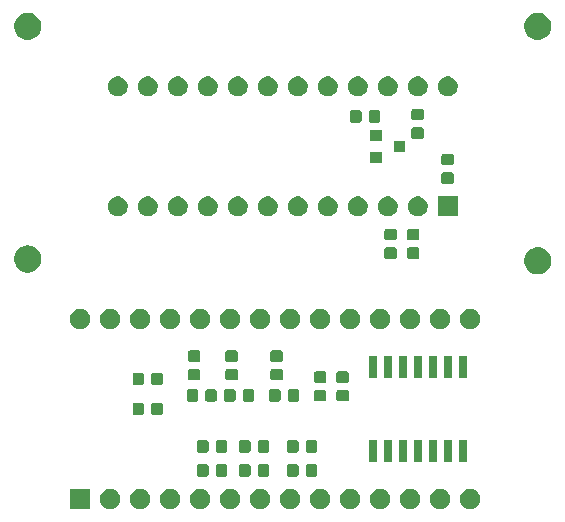
<source format=gts>
G04 #@! TF.GenerationSoftware,KiCad,Pcbnew,5.1.5-52549c5~84~ubuntu18.04.1*
G04 #@! TF.CreationDate,2020-03-22T23:19:32-04:00*
G04 #@! TF.ProjectId,tcd1304_v1,74636431-3330-4345-9f76-312e6b696361,rev?*
G04 #@! TF.SameCoordinates,Original*
G04 #@! TF.FileFunction,Soldermask,Top*
G04 #@! TF.FilePolarity,Negative*
%FSLAX46Y46*%
G04 Gerber Fmt 4.6, Leading zero omitted, Abs format (unit mm)*
G04 Created by KiCad (PCBNEW 5.1.5-52549c5~84~ubuntu18.04.1) date 2020-03-22 23:19:32*
%MOMM*%
%LPD*%
G04 APERTURE LIST*
%ADD10C,0.100000*%
G04 APERTURE END LIST*
D10*
G36*
X157728228Y-102686703D02*
G01*
X157883100Y-102750853D01*
X158022481Y-102843985D01*
X158141015Y-102962519D01*
X158234147Y-103101900D01*
X158298297Y-103256772D01*
X158331000Y-103421184D01*
X158331000Y-103588816D01*
X158298297Y-103753228D01*
X158234147Y-103908100D01*
X158141015Y-104047481D01*
X158022481Y-104166015D01*
X157883100Y-104259147D01*
X157728228Y-104323297D01*
X157563816Y-104356000D01*
X157396184Y-104356000D01*
X157231772Y-104323297D01*
X157076900Y-104259147D01*
X156937519Y-104166015D01*
X156818985Y-104047481D01*
X156725853Y-103908100D01*
X156661703Y-103753228D01*
X156629000Y-103588816D01*
X156629000Y-103421184D01*
X156661703Y-103256772D01*
X156725853Y-103101900D01*
X156818985Y-102962519D01*
X156937519Y-102843985D01*
X157076900Y-102750853D01*
X157231772Y-102686703D01*
X157396184Y-102654000D01*
X157563816Y-102654000D01*
X157728228Y-102686703D01*
G37*
G36*
X155188228Y-102686703D02*
G01*
X155343100Y-102750853D01*
X155482481Y-102843985D01*
X155601015Y-102962519D01*
X155694147Y-103101900D01*
X155758297Y-103256772D01*
X155791000Y-103421184D01*
X155791000Y-103588816D01*
X155758297Y-103753228D01*
X155694147Y-103908100D01*
X155601015Y-104047481D01*
X155482481Y-104166015D01*
X155343100Y-104259147D01*
X155188228Y-104323297D01*
X155023816Y-104356000D01*
X154856184Y-104356000D01*
X154691772Y-104323297D01*
X154536900Y-104259147D01*
X154397519Y-104166015D01*
X154278985Y-104047481D01*
X154185853Y-103908100D01*
X154121703Y-103753228D01*
X154089000Y-103588816D01*
X154089000Y-103421184D01*
X154121703Y-103256772D01*
X154185853Y-103101900D01*
X154278985Y-102962519D01*
X154397519Y-102843985D01*
X154536900Y-102750853D01*
X154691772Y-102686703D01*
X154856184Y-102654000D01*
X155023816Y-102654000D01*
X155188228Y-102686703D01*
G37*
G36*
X125311000Y-104356000D02*
G01*
X123609000Y-104356000D01*
X123609000Y-102654000D01*
X125311000Y-102654000D01*
X125311000Y-104356000D01*
G37*
G36*
X127248228Y-102686703D02*
G01*
X127403100Y-102750853D01*
X127542481Y-102843985D01*
X127661015Y-102962519D01*
X127754147Y-103101900D01*
X127818297Y-103256772D01*
X127851000Y-103421184D01*
X127851000Y-103588816D01*
X127818297Y-103753228D01*
X127754147Y-103908100D01*
X127661015Y-104047481D01*
X127542481Y-104166015D01*
X127403100Y-104259147D01*
X127248228Y-104323297D01*
X127083816Y-104356000D01*
X126916184Y-104356000D01*
X126751772Y-104323297D01*
X126596900Y-104259147D01*
X126457519Y-104166015D01*
X126338985Y-104047481D01*
X126245853Y-103908100D01*
X126181703Y-103753228D01*
X126149000Y-103588816D01*
X126149000Y-103421184D01*
X126181703Y-103256772D01*
X126245853Y-103101900D01*
X126338985Y-102962519D01*
X126457519Y-102843985D01*
X126596900Y-102750853D01*
X126751772Y-102686703D01*
X126916184Y-102654000D01*
X127083816Y-102654000D01*
X127248228Y-102686703D01*
G37*
G36*
X129788228Y-102686703D02*
G01*
X129943100Y-102750853D01*
X130082481Y-102843985D01*
X130201015Y-102962519D01*
X130294147Y-103101900D01*
X130358297Y-103256772D01*
X130391000Y-103421184D01*
X130391000Y-103588816D01*
X130358297Y-103753228D01*
X130294147Y-103908100D01*
X130201015Y-104047481D01*
X130082481Y-104166015D01*
X129943100Y-104259147D01*
X129788228Y-104323297D01*
X129623816Y-104356000D01*
X129456184Y-104356000D01*
X129291772Y-104323297D01*
X129136900Y-104259147D01*
X128997519Y-104166015D01*
X128878985Y-104047481D01*
X128785853Y-103908100D01*
X128721703Y-103753228D01*
X128689000Y-103588816D01*
X128689000Y-103421184D01*
X128721703Y-103256772D01*
X128785853Y-103101900D01*
X128878985Y-102962519D01*
X128997519Y-102843985D01*
X129136900Y-102750853D01*
X129291772Y-102686703D01*
X129456184Y-102654000D01*
X129623816Y-102654000D01*
X129788228Y-102686703D01*
G37*
G36*
X132328228Y-102686703D02*
G01*
X132483100Y-102750853D01*
X132622481Y-102843985D01*
X132741015Y-102962519D01*
X132834147Y-103101900D01*
X132898297Y-103256772D01*
X132931000Y-103421184D01*
X132931000Y-103588816D01*
X132898297Y-103753228D01*
X132834147Y-103908100D01*
X132741015Y-104047481D01*
X132622481Y-104166015D01*
X132483100Y-104259147D01*
X132328228Y-104323297D01*
X132163816Y-104356000D01*
X131996184Y-104356000D01*
X131831772Y-104323297D01*
X131676900Y-104259147D01*
X131537519Y-104166015D01*
X131418985Y-104047481D01*
X131325853Y-103908100D01*
X131261703Y-103753228D01*
X131229000Y-103588816D01*
X131229000Y-103421184D01*
X131261703Y-103256772D01*
X131325853Y-103101900D01*
X131418985Y-102962519D01*
X131537519Y-102843985D01*
X131676900Y-102750853D01*
X131831772Y-102686703D01*
X131996184Y-102654000D01*
X132163816Y-102654000D01*
X132328228Y-102686703D01*
G37*
G36*
X134868228Y-102686703D02*
G01*
X135023100Y-102750853D01*
X135162481Y-102843985D01*
X135281015Y-102962519D01*
X135374147Y-103101900D01*
X135438297Y-103256772D01*
X135471000Y-103421184D01*
X135471000Y-103588816D01*
X135438297Y-103753228D01*
X135374147Y-103908100D01*
X135281015Y-104047481D01*
X135162481Y-104166015D01*
X135023100Y-104259147D01*
X134868228Y-104323297D01*
X134703816Y-104356000D01*
X134536184Y-104356000D01*
X134371772Y-104323297D01*
X134216900Y-104259147D01*
X134077519Y-104166015D01*
X133958985Y-104047481D01*
X133865853Y-103908100D01*
X133801703Y-103753228D01*
X133769000Y-103588816D01*
X133769000Y-103421184D01*
X133801703Y-103256772D01*
X133865853Y-103101900D01*
X133958985Y-102962519D01*
X134077519Y-102843985D01*
X134216900Y-102750853D01*
X134371772Y-102686703D01*
X134536184Y-102654000D01*
X134703816Y-102654000D01*
X134868228Y-102686703D01*
G37*
G36*
X137408228Y-102686703D02*
G01*
X137563100Y-102750853D01*
X137702481Y-102843985D01*
X137821015Y-102962519D01*
X137914147Y-103101900D01*
X137978297Y-103256772D01*
X138011000Y-103421184D01*
X138011000Y-103588816D01*
X137978297Y-103753228D01*
X137914147Y-103908100D01*
X137821015Y-104047481D01*
X137702481Y-104166015D01*
X137563100Y-104259147D01*
X137408228Y-104323297D01*
X137243816Y-104356000D01*
X137076184Y-104356000D01*
X136911772Y-104323297D01*
X136756900Y-104259147D01*
X136617519Y-104166015D01*
X136498985Y-104047481D01*
X136405853Y-103908100D01*
X136341703Y-103753228D01*
X136309000Y-103588816D01*
X136309000Y-103421184D01*
X136341703Y-103256772D01*
X136405853Y-103101900D01*
X136498985Y-102962519D01*
X136617519Y-102843985D01*
X136756900Y-102750853D01*
X136911772Y-102686703D01*
X137076184Y-102654000D01*
X137243816Y-102654000D01*
X137408228Y-102686703D01*
G37*
G36*
X139948228Y-102686703D02*
G01*
X140103100Y-102750853D01*
X140242481Y-102843985D01*
X140361015Y-102962519D01*
X140454147Y-103101900D01*
X140518297Y-103256772D01*
X140551000Y-103421184D01*
X140551000Y-103588816D01*
X140518297Y-103753228D01*
X140454147Y-103908100D01*
X140361015Y-104047481D01*
X140242481Y-104166015D01*
X140103100Y-104259147D01*
X139948228Y-104323297D01*
X139783816Y-104356000D01*
X139616184Y-104356000D01*
X139451772Y-104323297D01*
X139296900Y-104259147D01*
X139157519Y-104166015D01*
X139038985Y-104047481D01*
X138945853Y-103908100D01*
X138881703Y-103753228D01*
X138849000Y-103588816D01*
X138849000Y-103421184D01*
X138881703Y-103256772D01*
X138945853Y-103101900D01*
X139038985Y-102962519D01*
X139157519Y-102843985D01*
X139296900Y-102750853D01*
X139451772Y-102686703D01*
X139616184Y-102654000D01*
X139783816Y-102654000D01*
X139948228Y-102686703D01*
G37*
G36*
X142488228Y-102686703D02*
G01*
X142643100Y-102750853D01*
X142782481Y-102843985D01*
X142901015Y-102962519D01*
X142994147Y-103101900D01*
X143058297Y-103256772D01*
X143091000Y-103421184D01*
X143091000Y-103588816D01*
X143058297Y-103753228D01*
X142994147Y-103908100D01*
X142901015Y-104047481D01*
X142782481Y-104166015D01*
X142643100Y-104259147D01*
X142488228Y-104323297D01*
X142323816Y-104356000D01*
X142156184Y-104356000D01*
X141991772Y-104323297D01*
X141836900Y-104259147D01*
X141697519Y-104166015D01*
X141578985Y-104047481D01*
X141485853Y-103908100D01*
X141421703Y-103753228D01*
X141389000Y-103588816D01*
X141389000Y-103421184D01*
X141421703Y-103256772D01*
X141485853Y-103101900D01*
X141578985Y-102962519D01*
X141697519Y-102843985D01*
X141836900Y-102750853D01*
X141991772Y-102686703D01*
X142156184Y-102654000D01*
X142323816Y-102654000D01*
X142488228Y-102686703D01*
G37*
G36*
X145028228Y-102686703D02*
G01*
X145183100Y-102750853D01*
X145322481Y-102843985D01*
X145441015Y-102962519D01*
X145534147Y-103101900D01*
X145598297Y-103256772D01*
X145631000Y-103421184D01*
X145631000Y-103588816D01*
X145598297Y-103753228D01*
X145534147Y-103908100D01*
X145441015Y-104047481D01*
X145322481Y-104166015D01*
X145183100Y-104259147D01*
X145028228Y-104323297D01*
X144863816Y-104356000D01*
X144696184Y-104356000D01*
X144531772Y-104323297D01*
X144376900Y-104259147D01*
X144237519Y-104166015D01*
X144118985Y-104047481D01*
X144025853Y-103908100D01*
X143961703Y-103753228D01*
X143929000Y-103588816D01*
X143929000Y-103421184D01*
X143961703Y-103256772D01*
X144025853Y-103101900D01*
X144118985Y-102962519D01*
X144237519Y-102843985D01*
X144376900Y-102750853D01*
X144531772Y-102686703D01*
X144696184Y-102654000D01*
X144863816Y-102654000D01*
X145028228Y-102686703D01*
G37*
G36*
X147568228Y-102686703D02*
G01*
X147723100Y-102750853D01*
X147862481Y-102843985D01*
X147981015Y-102962519D01*
X148074147Y-103101900D01*
X148138297Y-103256772D01*
X148171000Y-103421184D01*
X148171000Y-103588816D01*
X148138297Y-103753228D01*
X148074147Y-103908100D01*
X147981015Y-104047481D01*
X147862481Y-104166015D01*
X147723100Y-104259147D01*
X147568228Y-104323297D01*
X147403816Y-104356000D01*
X147236184Y-104356000D01*
X147071772Y-104323297D01*
X146916900Y-104259147D01*
X146777519Y-104166015D01*
X146658985Y-104047481D01*
X146565853Y-103908100D01*
X146501703Y-103753228D01*
X146469000Y-103588816D01*
X146469000Y-103421184D01*
X146501703Y-103256772D01*
X146565853Y-103101900D01*
X146658985Y-102962519D01*
X146777519Y-102843985D01*
X146916900Y-102750853D01*
X147071772Y-102686703D01*
X147236184Y-102654000D01*
X147403816Y-102654000D01*
X147568228Y-102686703D01*
G37*
G36*
X150108228Y-102686703D02*
G01*
X150263100Y-102750853D01*
X150402481Y-102843985D01*
X150521015Y-102962519D01*
X150614147Y-103101900D01*
X150678297Y-103256772D01*
X150711000Y-103421184D01*
X150711000Y-103588816D01*
X150678297Y-103753228D01*
X150614147Y-103908100D01*
X150521015Y-104047481D01*
X150402481Y-104166015D01*
X150263100Y-104259147D01*
X150108228Y-104323297D01*
X149943816Y-104356000D01*
X149776184Y-104356000D01*
X149611772Y-104323297D01*
X149456900Y-104259147D01*
X149317519Y-104166015D01*
X149198985Y-104047481D01*
X149105853Y-103908100D01*
X149041703Y-103753228D01*
X149009000Y-103588816D01*
X149009000Y-103421184D01*
X149041703Y-103256772D01*
X149105853Y-103101900D01*
X149198985Y-102962519D01*
X149317519Y-102843985D01*
X149456900Y-102750853D01*
X149611772Y-102686703D01*
X149776184Y-102654000D01*
X149943816Y-102654000D01*
X150108228Y-102686703D01*
G37*
G36*
X152648228Y-102686703D02*
G01*
X152803100Y-102750853D01*
X152942481Y-102843985D01*
X153061015Y-102962519D01*
X153154147Y-103101900D01*
X153218297Y-103256772D01*
X153251000Y-103421184D01*
X153251000Y-103588816D01*
X153218297Y-103753228D01*
X153154147Y-103908100D01*
X153061015Y-104047481D01*
X152942481Y-104166015D01*
X152803100Y-104259147D01*
X152648228Y-104323297D01*
X152483816Y-104356000D01*
X152316184Y-104356000D01*
X152151772Y-104323297D01*
X151996900Y-104259147D01*
X151857519Y-104166015D01*
X151738985Y-104047481D01*
X151645853Y-103908100D01*
X151581703Y-103753228D01*
X151549000Y-103588816D01*
X151549000Y-103421184D01*
X151581703Y-103256772D01*
X151645853Y-103101900D01*
X151738985Y-102962519D01*
X151857519Y-102843985D01*
X151996900Y-102750853D01*
X152151772Y-102686703D01*
X152316184Y-102654000D01*
X152483816Y-102654000D01*
X152648228Y-102686703D01*
G37*
G36*
X142810591Y-100570085D02*
G01*
X142844569Y-100580393D01*
X142875890Y-100597134D01*
X142903339Y-100619661D01*
X142925866Y-100647110D01*
X142942607Y-100678431D01*
X142952915Y-100712409D01*
X142957000Y-100753890D01*
X142957000Y-101430110D01*
X142952915Y-101471591D01*
X142942607Y-101505569D01*
X142925866Y-101536890D01*
X142903339Y-101564339D01*
X142875890Y-101586866D01*
X142844569Y-101603607D01*
X142810591Y-101613915D01*
X142769110Y-101618000D01*
X142167890Y-101618000D01*
X142126409Y-101613915D01*
X142092431Y-101603607D01*
X142061110Y-101586866D01*
X142033661Y-101564339D01*
X142011134Y-101536890D01*
X141994393Y-101505569D01*
X141984085Y-101471591D01*
X141980000Y-101430110D01*
X141980000Y-100753890D01*
X141984085Y-100712409D01*
X141994393Y-100678431D01*
X142011134Y-100647110D01*
X142033661Y-100619661D01*
X142061110Y-100597134D01*
X142092431Y-100580393D01*
X142126409Y-100570085D01*
X142167890Y-100566000D01*
X142769110Y-100566000D01*
X142810591Y-100570085D01*
G37*
G36*
X144385591Y-100570085D02*
G01*
X144419569Y-100580393D01*
X144450890Y-100597134D01*
X144478339Y-100619661D01*
X144500866Y-100647110D01*
X144517607Y-100678431D01*
X144527915Y-100712409D01*
X144532000Y-100753890D01*
X144532000Y-101430110D01*
X144527915Y-101471591D01*
X144517607Y-101505569D01*
X144500866Y-101536890D01*
X144478339Y-101564339D01*
X144450890Y-101586866D01*
X144419569Y-101603607D01*
X144385591Y-101613915D01*
X144344110Y-101618000D01*
X143742890Y-101618000D01*
X143701409Y-101613915D01*
X143667431Y-101603607D01*
X143636110Y-101586866D01*
X143608661Y-101564339D01*
X143586134Y-101536890D01*
X143569393Y-101505569D01*
X143559085Y-101471591D01*
X143555000Y-101430110D01*
X143555000Y-100753890D01*
X143559085Y-100712409D01*
X143569393Y-100678431D01*
X143586134Y-100647110D01*
X143608661Y-100619661D01*
X143636110Y-100597134D01*
X143667431Y-100580393D01*
X143701409Y-100570085D01*
X143742890Y-100566000D01*
X144344110Y-100566000D01*
X144385591Y-100570085D01*
G37*
G36*
X135190591Y-100570085D02*
G01*
X135224569Y-100580393D01*
X135255890Y-100597134D01*
X135283339Y-100619661D01*
X135305866Y-100647110D01*
X135322607Y-100678431D01*
X135332915Y-100712409D01*
X135337000Y-100753890D01*
X135337000Y-101430110D01*
X135332915Y-101471591D01*
X135322607Y-101505569D01*
X135305866Y-101536890D01*
X135283339Y-101564339D01*
X135255890Y-101586866D01*
X135224569Y-101603607D01*
X135190591Y-101613915D01*
X135149110Y-101618000D01*
X134547890Y-101618000D01*
X134506409Y-101613915D01*
X134472431Y-101603607D01*
X134441110Y-101586866D01*
X134413661Y-101564339D01*
X134391134Y-101536890D01*
X134374393Y-101505569D01*
X134364085Y-101471591D01*
X134360000Y-101430110D01*
X134360000Y-100753890D01*
X134364085Y-100712409D01*
X134374393Y-100678431D01*
X134391134Y-100647110D01*
X134413661Y-100619661D01*
X134441110Y-100597134D01*
X134472431Y-100580393D01*
X134506409Y-100570085D01*
X134547890Y-100566000D01*
X135149110Y-100566000D01*
X135190591Y-100570085D01*
G37*
G36*
X136765591Y-100570085D02*
G01*
X136799569Y-100580393D01*
X136830890Y-100597134D01*
X136858339Y-100619661D01*
X136880866Y-100647110D01*
X136897607Y-100678431D01*
X136907915Y-100712409D01*
X136912000Y-100753890D01*
X136912000Y-101430110D01*
X136907915Y-101471591D01*
X136897607Y-101505569D01*
X136880866Y-101536890D01*
X136858339Y-101564339D01*
X136830890Y-101586866D01*
X136799569Y-101603607D01*
X136765591Y-101613915D01*
X136724110Y-101618000D01*
X136122890Y-101618000D01*
X136081409Y-101613915D01*
X136047431Y-101603607D01*
X136016110Y-101586866D01*
X135988661Y-101564339D01*
X135966134Y-101536890D01*
X135949393Y-101505569D01*
X135939085Y-101471591D01*
X135935000Y-101430110D01*
X135935000Y-100753890D01*
X135939085Y-100712409D01*
X135949393Y-100678431D01*
X135966134Y-100647110D01*
X135988661Y-100619661D01*
X136016110Y-100597134D01*
X136047431Y-100580393D01*
X136081409Y-100570085D01*
X136122890Y-100566000D01*
X136724110Y-100566000D01*
X136765591Y-100570085D01*
G37*
G36*
X140321591Y-100570085D02*
G01*
X140355569Y-100580393D01*
X140386890Y-100597134D01*
X140414339Y-100619661D01*
X140436866Y-100647110D01*
X140453607Y-100678431D01*
X140463915Y-100712409D01*
X140468000Y-100753890D01*
X140468000Y-101430110D01*
X140463915Y-101471591D01*
X140453607Y-101505569D01*
X140436866Y-101536890D01*
X140414339Y-101564339D01*
X140386890Y-101586866D01*
X140355569Y-101603607D01*
X140321591Y-101613915D01*
X140280110Y-101618000D01*
X139678890Y-101618000D01*
X139637409Y-101613915D01*
X139603431Y-101603607D01*
X139572110Y-101586866D01*
X139544661Y-101564339D01*
X139522134Y-101536890D01*
X139505393Y-101505569D01*
X139495085Y-101471591D01*
X139491000Y-101430110D01*
X139491000Y-100753890D01*
X139495085Y-100712409D01*
X139505393Y-100678431D01*
X139522134Y-100647110D01*
X139544661Y-100619661D01*
X139572110Y-100597134D01*
X139603431Y-100580393D01*
X139637409Y-100570085D01*
X139678890Y-100566000D01*
X140280110Y-100566000D01*
X140321591Y-100570085D01*
G37*
G36*
X138746591Y-100570085D02*
G01*
X138780569Y-100580393D01*
X138811890Y-100597134D01*
X138839339Y-100619661D01*
X138861866Y-100647110D01*
X138878607Y-100678431D01*
X138888915Y-100712409D01*
X138893000Y-100753890D01*
X138893000Y-101430110D01*
X138888915Y-101471591D01*
X138878607Y-101505569D01*
X138861866Y-101536890D01*
X138839339Y-101564339D01*
X138811890Y-101586866D01*
X138780569Y-101603607D01*
X138746591Y-101613915D01*
X138705110Y-101618000D01*
X138103890Y-101618000D01*
X138062409Y-101613915D01*
X138028431Y-101603607D01*
X137997110Y-101586866D01*
X137969661Y-101564339D01*
X137947134Y-101536890D01*
X137930393Y-101505569D01*
X137920085Y-101471591D01*
X137916000Y-101430110D01*
X137916000Y-100753890D01*
X137920085Y-100712409D01*
X137930393Y-100678431D01*
X137947134Y-100647110D01*
X137969661Y-100619661D01*
X137997110Y-100597134D01*
X138028431Y-100580393D01*
X138062409Y-100570085D01*
X138103890Y-100566000D01*
X138705110Y-100566000D01*
X138746591Y-100570085D01*
G37*
G36*
X149560000Y-100388099D02*
G01*
X148890000Y-100388099D01*
X148890000Y-98544701D01*
X149560000Y-98544701D01*
X149560000Y-100388099D01*
G37*
G36*
X150830000Y-100388099D02*
G01*
X150160000Y-100388099D01*
X150160000Y-98544701D01*
X150830000Y-98544701D01*
X150830000Y-100388099D01*
G37*
G36*
X152100000Y-100388099D02*
G01*
X151430000Y-100388099D01*
X151430000Y-98544701D01*
X152100000Y-98544701D01*
X152100000Y-100388099D01*
G37*
G36*
X153370000Y-100388099D02*
G01*
X152700000Y-100388099D01*
X152700000Y-98544701D01*
X153370000Y-98544701D01*
X153370000Y-100388099D01*
G37*
G36*
X154640000Y-100388099D02*
G01*
X153970000Y-100388099D01*
X153970000Y-98544701D01*
X154640000Y-98544701D01*
X154640000Y-100388099D01*
G37*
G36*
X155910000Y-100388099D02*
G01*
X155240000Y-100388099D01*
X155240000Y-98544701D01*
X155910000Y-98544701D01*
X155910000Y-100388099D01*
G37*
G36*
X157180000Y-100388099D02*
G01*
X156510000Y-100388099D01*
X156510000Y-98544701D01*
X157180000Y-98544701D01*
X157180000Y-100388099D01*
G37*
G36*
X144385591Y-98538085D02*
G01*
X144419569Y-98548393D01*
X144450890Y-98565134D01*
X144478339Y-98587661D01*
X144500866Y-98615110D01*
X144517607Y-98646431D01*
X144527915Y-98680409D01*
X144532000Y-98721890D01*
X144532000Y-99398110D01*
X144527915Y-99439591D01*
X144517607Y-99473569D01*
X144500866Y-99504890D01*
X144478339Y-99532339D01*
X144450890Y-99554866D01*
X144419569Y-99571607D01*
X144385591Y-99581915D01*
X144344110Y-99586000D01*
X143742890Y-99586000D01*
X143701409Y-99581915D01*
X143667431Y-99571607D01*
X143636110Y-99554866D01*
X143608661Y-99532339D01*
X143586134Y-99504890D01*
X143569393Y-99473569D01*
X143559085Y-99439591D01*
X143555000Y-99398110D01*
X143555000Y-98721890D01*
X143559085Y-98680409D01*
X143569393Y-98646431D01*
X143586134Y-98615110D01*
X143608661Y-98587661D01*
X143636110Y-98565134D01*
X143667431Y-98548393D01*
X143701409Y-98538085D01*
X143742890Y-98534000D01*
X144344110Y-98534000D01*
X144385591Y-98538085D01*
G37*
G36*
X135190591Y-98538085D02*
G01*
X135224569Y-98548393D01*
X135255890Y-98565134D01*
X135283339Y-98587661D01*
X135305866Y-98615110D01*
X135322607Y-98646431D01*
X135332915Y-98680409D01*
X135337000Y-98721890D01*
X135337000Y-99398110D01*
X135332915Y-99439591D01*
X135322607Y-99473569D01*
X135305866Y-99504890D01*
X135283339Y-99532339D01*
X135255890Y-99554866D01*
X135224569Y-99571607D01*
X135190591Y-99581915D01*
X135149110Y-99586000D01*
X134547890Y-99586000D01*
X134506409Y-99581915D01*
X134472431Y-99571607D01*
X134441110Y-99554866D01*
X134413661Y-99532339D01*
X134391134Y-99504890D01*
X134374393Y-99473569D01*
X134364085Y-99439591D01*
X134360000Y-99398110D01*
X134360000Y-98721890D01*
X134364085Y-98680409D01*
X134374393Y-98646431D01*
X134391134Y-98615110D01*
X134413661Y-98587661D01*
X134441110Y-98565134D01*
X134472431Y-98548393D01*
X134506409Y-98538085D01*
X134547890Y-98534000D01*
X135149110Y-98534000D01*
X135190591Y-98538085D01*
G37*
G36*
X140321591Y-98538085D02*
G01*
X140355569Y-98548393D01*
X140386890Y-98565134D01*
X140414339Y-98587661D01*
X140436866Y-98615110D01*
X140453607Y-98646431D01*
X140463915Y-98680409D01*
X140468000Y-98721890D01*
X140468000Y-99398110D01*
X140463915Y-99439591D01*
X140453607Y-99473569D01*
X140436866Y-99504890D01*
X140414339Y-99532339D01*
X140386890Y-99554866D01*
X140355569Y-99571607D01*
X140321591Y-99581915D01*
X140280110Y-99586000D01*
X139678890Y-99586000D01*
X139637409Y-99581915D01*
X139603431Y-99571607D01*
X139572110Y-99554866D01*
X139544661Y-99532339D01*
X139522134Y-99504890D01*
X139505393Y-99473569D01*
X139495085Y-99439591D01*
X139491000Y-99398110D01*
X139491000Y-98721890D01*
X139495085Y-98680409D01*
X139505393Y-98646431D01*
X139522134Y-98615110D01*
X139544661Y-98587661D01*
X139572110Y-98565134D01*
X139603431Y-98548393D01*
X139637409Y-98538085D01*
X139678890Y-98534000D01*
X140280110Y-98534000D01*
X140321591Y-98538085D01*
G37*
G36*
X138746591Y-98538085D02*
G01*
X138780569Y-98548393D01*
X138811890Y-98565134D01*
X138839339Y-98587661D01*
X138861866Y-98615110D01*
X138878607Y-98646431D01*
X138888915Y-98680409D01*
X138893000Y-98721890D01*
X138893000Y-99398110D01*
X138888915Y-99439591D01*
X138878607Y-99473569D01*
X138861866Y-99504890D01*
X138839339Y-99532339D01*
X138811890Y-99554866D01*
X138780569Y-99571607D01*
X138746591Y-99581915D01*
X138705110Y-99586000D01*
X138103890Y-99586000D01*
X138062409Y-99581915D01*
X138028431Y-99571607D01*
X137997110Y-99554866D01*
X137969661Y-99532339D01*
X137947134Y-99504890D01*
X137930393Y-99473569D01*
X137920085Y-99439591D01*
X137916000Y-99398110D01*
X137916000Y-98721890D01*
X137920085Y-98680409D01*
X137930393Y-98646431D01*
X137947134Y-98615110D01*
X137969661Y-98587661D01*
X137997110Y-98565134D01*
X138028431Y-98548393D01*
X138062409Y-98538085D01*
X138103890Y-98534000D01*
X138705110Y-98534000D01*
X138746591Y-98538085D01*
G37*
G36*
X142810591Y-98538085D02*
G01*
X142844569Y-98548393D01*
X142875890Y-98565134D01*
X142903339Y-98587661D01*
X142925866Y-98615110D01*
X142942607Y-98646431D01*
X142952915Y-98680409D01*
X142957000Y-98721890D01*
X142957000Y-99398110D01*
X142952915Y-99439591D01*
X142942607Y-99473569D01*
X142925866Y-99504890D01*
X142903339Y-99532339D01*
X142875890Y-99554866D01*
X142844569Y-99571607D01*
X142810591Y-99581915D01*
X142769110Y-99586000D01*
X142167890Y-99586000D01*
X142126409Y-99581915D01*
X142092431Y-99571607D01*
X142061110Y-99554866D01*
X142033661Y-99532339D01*
X142011134Y-99504890D01*
X141994393Y-99473569D01*
X141984085Y-99439591D01*
X141980000Y-99398110D01*
X141980000Y-98721890D01*
X141984085Y-98680409D01*
X141994393Y-98646431D01*
X142011134Y-98615110D01*
X142033661Y-98587661D01*
X142061110Y-98565134D01*
X142092431Y-98548393D01*
X142126409Y-98538085D01*
X142167890Y-98534000D01*
X142769110Y-98534000D01*
X142810591Y-98538085D01*
G37*
G36*
X136765591Y-98538085D02*
G01*
X136799569Y-98548393D01*
X136830890Y-98565134D01*
X136858339Y-98587661D01*
X136880866Y-98615110D01*
X136897607Y-98646431D01*
X136907915Y-98680409D01*
X136912000Y-98721890D01*
X136912000Y-99398110D01*
X136907915Y-99439591D01*
X136897607Y-99473569D01*
X136880866Y-99504890D01*
X136858339Y-99532339D01*
X136830890Y-99554866D01*
X136799569Y-99571607D01*
X136765591Y-99581915D01*
X136724110Y-99586000D01*
X136122890Y-99586000D01*
X136081409Y-99581915D01*
X136047431Y-99571607D01*
X136016110Y-99554866D01*
X135988661Y-99532339D01*
X135966134Y-99504890D01*
X135949393Y-99473569D01*
X135939085Y-99439591D01*
X135935000Y-99398110D01*
X135935000Y-98721890D01*
X135939085Y-98680409D01*
X135949393Y-98646431D01*
X135966134Y-98615110D01*
X135988661Y-98587661D01*
X136016110Y-98565134D01*
X136047431Y-98548393D01*
X136081409Y-98538085D01*
X136122890Y-98534000D01*
X136724110Y-98534000D01*
X136765591Y-98538085D01*
G37*
G36*
X129729591Y-95363085D02*
G01*
X129763569Y-95373393D01*
X129794890Y-95390134D01*
X129822339Y-95412661D01*
X129844866Y-95440110D01*
X129861607Y-95471431D01*
X129871915Y-95505409D01*
X129876000Y-95546890D01*
X129876000Y-96223110D01*
X129871915Y-96264591D01*
X129861607Y-96298569D01*
X129844866Y-96329890D01*
X129822339Y-96357339D01*
X129794890Y-96379866D01*
X129763569Y-96396607D01*
X129729591Y-96406915D01*
X129688110Y-96411000D01*
X129086890Y-96411000D01*
X129045409Y-96406915D01*
X129011431Y-96396607D01*
X128980110Y-96379866D01*
X128952661Y-96357339D01*
X128930134Y-96329890D01*
X128913393Y-96298569D01*
X128903085Y-96264591D01*
X128899000Y-96223110D01*
X128899000Y-95546890D01*
X128903085Y-95505409D01*
X128913393Y-95471431D01*
X128930134Y-95440110D01*
X128952661Y-95412661D01*
X128980110Y-95390134D01*
X129011431Y-95373393D01*
X129045409Y-95363085D01*
X129086890Y-95359000D01*
X129688110Y-95359000D01*
X129729591Y-95363085D01*
G37*
G36*
X131304591Y-95363085D02*
G01*
X131338569Y-95373393D01*
X131369890Y-95390134D01*
X131397339Y-95412661D01*
X131419866Y-95440110D01*
X131436607Y-95471431D01*
X131446915Y-95505409D01*
X131451000Y-95546890D01*
X131451000Y-96223110D01*
X131446915Y-96264591D01*
X131436607Y-96298569D01*
X131419866Y-96329890D01*
X131397339Y-96357339D01*
X131369890Y-96379866D01*
X131338569Y-96396607D01*
X131304591Y-96406915D01*
X131263110Y-96411000D01*
X130661890Y-96411000D01*
X130620409Y-96406915D01*
X130586431Y-96396607D01*
X130555110Y-96379866D01*
X130527661Y-96357339D01*
X130505134Y-96329890D01*
X130488393Y-96298569D01*
X130478085Y-96264591D01*
X130474000Y-96223110D01*
X130474000Y-95546890D01*
X130478085Y-95505409D01*
X130488393Y-95471431D01*
X130505134Y-95440110D01*
X130527661Y-95412661D01*
X130555110Y-95390134D01*
X130586431Y-95373393D01*
X130620409Y-95363085D01*
X130661890Y-95359000D01*
X131263110Y-95359000D01*
X131304591Y-95363085D01*
G37*
G36*
X134301591Y-94220085D02*
G01*
X134335569Y-94230393D01*
X134366890Y-94247134D01*
X134394339Y-94269661D01*
X134416866Y-94297110D01*
X134433607Y-94328431D01*
X134443915Y-94362409D01*
X134448000Y-94403890D01*
X134448000Y-95080110D01*
X134443915Y-95121591D01*
X134433607Y-95155569D01*
X134416866Y-95186890D01*
X134394339Y-95214339D01*
X134366890Y-95236866D01*
X134335569Y-95253607D01*
X134301591Y-95263915D01*
X134260110Y-95268000D01*
X133658890Y-95268000D01*
X133617409Y-95263915D01*
X133583431Y-95253607D01*
X133552110Y-95236866D01*
X133524661Y-95214339D01*
X133502134Y-95186890D01*
X133485393Y-95155569D01*
X133475085Y-95121591D01*
X133471000Y-95080110D01*
X133471000Y-94403890D01*
X133475085Y-94362409D01*
X133485393Y-94328431D01*
X133502134Y-94297110D01*
X133524661Y-94269661D01*
X133552110Y-94247134D01*
X133583431Y-94230393D01*
X133617409Y-94220085D01*
X133658890Y-94216000D01*
X134260110Y-94216000D01*
X134301591Y-94220085D01*
G37*
G36*
X135876591Y-94220085D02*
G01*
X135910569Y-94230393D01*
X135941890Y-94247134D01*
X135969339Y-94269661D01*
X135991866Y-94297110D01*
X136008607Y-94328431D01*
X136018915Y-94362409D01*
X136023000Y-94403890D01*
X136023000Y-95080110D01*
X136018915Y-95121591D01*
X136008607Y-95155569D01*
X135991866Y-95186890D01*
X135969339Y-95214339D01*
X135941890Y-95236866D01*
X135910569Y-95253607D01*
X135876591Y-95263915D01*
X135835110Y-95268000D01*
X135233890Y-95268000D01*
X135192409Y-95263915D01*
X135158431Y-95253607D01*
X135127110Y-95236866D01*
X135099661Y-95214339D01*
X135077134Y-95186890D01*
X135060393Y-95155569D01*
X135050085Y-95121591D01*
X135046000Y-95080110D01*
X135046000Y-94403890D01*
X135050085Y-94362409D01*
X135060393Y-94328431D01*
X135077134Y-94297110D01*
X135099661Y-94269661D01*
X135127110Y-94247134D01*
X135158431Y-94230393D01*
X135192409Y-94220085D01*
X135233890Y-94216000D01*
X135835110Y-94216000D01*
X135876591Y-94220085D01*
G37*
G36*
X137476591Y-94220085D02*
G01*
X137510569Y-94230393D01*
X137541890Y-94247134D01*
X137569339Y-94269661D01*
X137591866Y-94297110D01*
X137608607Y-94328431D01*
X137618915Y-94362409D01*
X137623000Y-94403890D01*
X137623000Y-95080110D01*
X137618915Y-95121591D01*
X137608607Y-95155569D01*
X137591866Y-95186890D01*
X137569339Y-95214339D01*
X137541890Y-95236866D01*
X137510569Y-95253607D01*
X137476591Y-95263915D01*
X137435110Y-95268000D01*
X136833890Y-95268000D01*
X136792409Y-95263915D01*
X136758431Y-95253607D01*
X136727110Y-95236866D01*
X136699661Y-95214339D01*
X136677134Y-95186890D01*
X136660393Y-95155569D01*
X136650085Y-95121591D01*
X136646000Y-95080110D01*
X136646000Y-94403890D01*
X136650085Y-94362409D01*
X136660393Y-94328431D01*
X136677134Y-94297110D01*
X136699661Y-94269661D01*
X136727110Y-94247134D01*
X136758431Y-94230393D01*
X136792409Y-94220085D01*
X136833890Y-94216000D01*
X137435110Y-94216000D01*
X137476591Y-94220085D01*
G37*
G36*
X139051591Y-94220085D02*
G01*
X139085569Y-94230393D01*
X139116890Y-94247134D01*
X139144339Y-94269661D01*
X139166866Y-94297110D01*
X139183607Y-94328431D01*
X139193915Y-94362409D01*
X139198000Y-94403890D01*
X139198000Y-95080110D01*
X139193915Y-95121591D01*
X139183607Y-95155569D01*
X139166866Y-95186890D01*
X139144339Y-95214339D01*
X139116890Y-95236866D01*
X139085569Y-95253607D01*
X139051591Y-95263915D01*
X139010110Y-95268000D01*
X138408890Y-95268000D01*
X138367409Y-95263915D01*
X138333431Y-95253607D01*
X138302110Y-95236866D01*
X138274661Y-95214339D01*
X138252134Y-95186890D01*
X138235393Y-95155569D01*
X138225085Y-95121591D01*
X138221000Y-95080110D01*
X138221000Y-94403890D01*
X138225085Y-94362409D01*
X138235393Y-94328431D01*
X138252134Y-94297110D01*
X138274661Y-94269661D01*
X138302110Y-94247134D01*
X138333431Y-94230393D01*
X138367409Y-94220085D01*
X138408890Y-94216000D01*
X139010110Y-94216000D01*
X139051591Y-94220085D01*
G37*
G36*
X141286591Y-94220085D02*
G01*
X141320569Y-94230393D01*
X141351890Y-94247134D01*
X141379339Y-94269661D01*
X141401866Y-94297110D01*
X141418607Y-94328431D01*
X141428915Y-94362409D01*
X141433000Y-94403890D01*
X141433000Y-95080110D01*
X141428915Y-95121591D01*
X141418607Y-95155569D01*
X141401866Y-95186890D01*
X141379339Y-95214339D01*
X141351890Y-95236866D01*
X141320569Y-95253607D01*
X141286591Y-95263915D01*
X141245110Y-95268000D01*
X140643890Y-95268000D01*
X140602409Y-95263915D01*
X140568431Y-95253607D01*
X140537110Y-95236866D01*
X140509661Y-95214339D01*
X140487134Y-95186890D01*
X140470393Y-95155569D01*
X140460085Y-95121591D01*
X140456000Y-95080110D01*
X140456000Y-94403890D01*
X140460085Y-94362409D01*
X140470393Y-94328431D01*
X140487134Y-94297110D01*
X140509661Y-94269661D01*
X140537110Y-94247134D01*
X140568431Y-94230393D01*
X140602409Y-94220085D01*
X140643890Y-94216000D01*
X141245110Y-94216000D01*
X141286591Y-94220085D01*
G37*
G36*
X142861591Y-94220085D02*
G01*
X142895569Y-94230393D01*
X142926890Y-94247134D01*
X142954339Y-94269661D01*
X142976866Y-94297110D01*
X142993607Y-94328431D01*
X143003915Y-94362409D01*
X143008000Y-94403890D01*
X143008000Y-95080110D01*
X143003915Y-95121591D01*
X142993607Y-95155569D01*
X142976866Y-95186890D01*
X142954339Y-95214339D01*
X142926890Y-95236866D01*
X142895569Y-95253607D01*
X142861591Y-95263915D01*
X142820110Y-95268000D01*
X142218890Y-95268000D01*
X142177409Y-95263915D01*
X142143431Y-95253607D01*
X142112110Y-95236866D01*
X142084661Y-95214339D01*
X142062134Y-95186890D01*
X142045393Y-95155569D01*
X142035085Y-95121591D01*
X142031000Y-95080110D01*
X142031000Y-94403890D01*
X142035085Y-94362409D01*
X142045393Y-94328431D01*
X142062134Y-94297110D01*
X142084661Y-94269661D01*
X142112110Y-94247134D01*
X142143431Y-94230393D01*
X142177409Y-94220085D01*
X142218890Y-94216000D01*
X142820110Y-94216000D01*
X142861591Y-94220085D01*
G37*
G36*
X145159591Y-94283085D02*
G01*
X145193569Y-94293393D01*
X145224890Y-94310134D01*
X145252339Y-94332661D01*
X145274866Y-94360110D01*
X145291607Y-94391431D01*
X145301915Y-94425409D01*
X145306000Y-94466890D01*
X145306000Y-95068110D01*
X145301915Y-95109591D01*
X145291607Y-95143569D01*
X145274866Y-95174890D01*
X145252339Y-95202339D01*
X145224890Y-95224866D01*
X145193569Y-95241607D01*
X145159591Y-95251915D01*
X145118110Y-95256000D01*
X144441890Y-95256000D01*
X144400409Y-95251915D01*
X144366431Y-95241607D01*
X144335110Y-95224866D01*
X144307661Y-95202339D01*
X144285134Y-95174890D01*
X144268393Y-95143569D01*
X144258085Y-95109591D01*
X144254000Y-95068110D01*
X144254000Y-94466890D01*
X144258085Y-94425409D01*
X144268393Y-94391431D01*
X144285134Y-94360110D01*
X144307661Y-94332661D01*
X144335110Y-94310134D01*
X144366431Y-94293393D01*
X144400409Y-94283085D01*
X144441890Y-94279000D01*
X145118110Y-94279000D01*
X145159591Y-94283085D01*
G37*
G36*
X147064591Y-94283085D02*
G01*
X147098569Y-94293393D01*
X147129890Y-94310134D01*
X147157339Y-94332661D01*
X147179866Y-94360110D01*
X147196607Y-94391431D01*
X147206915Y-94425409D01*
X147211000Y-94466890D01*
X147211000Y-95068110D01*
X147206915Y-95109591D01*
X147196607Y-95143569D01*
X147179866Y-95174890D01*
X147157339Y-95202339D01*
X147129890Y-95224866D01*
X147098569Y-95241607D01*
X147064591Y-95251915D01*
X147023110Y-95256000D01*
X146346890Y-95256000D01*
X146305409Y-95251915D01*
X146271431Y-95241607D01*
X146240110Y-95224866D01*
X146212661Y-95202339D01*
X146190134Y-95174890D01*
X146173393Y-95143569D01*
X146163085Y-95109591D01*
X146159000Y-95068110D01*
X146159000Y-94466890D01*
X146163085Y-94425409D01*
X146173393Y-94391431D01*
X146190134Y-94360110D01*
X146212661Y-94332661D01*
X146240110Y-94310134D01*
X146271431Y-94293393D01*
X146305409Y-94283085D01*
X146346890Y-94279000D01*
X147023110Y-94279000D01*
X147064591Y-94283085D01*
G37*
G36*
X129729591Y-92823085D02*
G01*
X129763569Y-92833393D01*
X129794890Y-92850134D01*
X129822339Y-92872661D01*
X129844866Y-92900110D01*
X129861607Y-92931431D01*
X129871915Y-92965409D01*
X129876000Y-93006890D01*
X129876000Y-93683110D01*
X129871915Y-93724591D01*
X129861607Y-93758569D01*
X129844866Y-93789890D01*
X129822339Y-93817339D01*
X129794890Y-93839866D01*
X129763569Y-93856607D01*
X129729591Y-93866915D01*
X129688110Y-93871000D01*
X129086890Y-93871000D01*
X129045409Y-93866915D01*
X129011431Y-93856607D01*
X128980110Y-93839866D01*
X128952661Y-93817339D01*
X128930134Y-93789890D01*
X128913393Y-93758569D01*
X128903085Y-93724591D01*
X128899000Y-93683110D01*
X128899000Y-93006890D01*
X128903085Y-92965409D01*
X128913393Y-92931431D01*
X128930134Y-92900110D01*
X128952661Y-92872661D01*
X128980110Y-92850134D01*
X129011431Y-92833393D01*
X129045409Y-92823085D01*
X129086890Y-92819000D01*
X129688110Y-92819000D01*
X129729591Y-92823085D01*
G37*
G36*
X131304591Y-92823085D02*
G01*
X131338569Y-92833393D01*
X131369890Y-92850134D01*
X131397339Y-92872661D01*
X131419866Y-92900110D01*
X131436607Y-92931431D01*
X131446915Y-92965409D01*
X131451000Y-93006890D01*
X131451000Y-93683110D01*
X131446915Y-93724591D01*
X131436607Y-93758569D01*
X131419866Y-93789890D01*
X131397339Y-93817339D01*
X131369890Y-93839866D01*
X131338569Y-93856607D01*
X131304591Y-93866915D01*
X131263110Y-93871000D01*
X130661890Y-93871000D01*
X130620409Y-93866915D01*
X130586431Y-93856607D01*
X130555110Y-93839866D01*
X130527661Y-93817339D01*
X130505134Y-93789890D01*
X130488393Y-93758569D01*
X130478085Y-93724591D01*
X130474000Y-93683110D01*
X130474000Y-93006890D01*
X130478085Y-92965409D01*
X130488393Y-92931431D01*
X130505134Y-92900110D01*
X130527661Y-92872661D01*
X130555110Y-92850134D01*
X130586431Y-92833393D01*
X130620409Y-92823085D01*
X130661890Y-92819000D01*
X131263110Y-92819000D01*
X131304591Y-92823085D01*
G37*
G36*
X145159591Y-92708085D02*
G01*
X145193569Y-92718393D01*
X145224890Y-92735134D01*
X145252339Y-92757661D01*
X145274866Y-92785110D01*
X145291607Y-92816431D01*
X145301915Y-92850409D01*
X145306000Y-92891890D01*
X145306000Y-93493110D01*
X145301915Y-93534591D01*
X145291607Y-93568569D01*
X145274866Y-93599890D01*
X145252339Y-93627339D01*
X145224890Y-93649866D01*
X145193569Y-93666607D01*
X145159591Y-93676915D01*
X145118110Y-93681000D01*
X144441890Y-93681000D01*
X144400409Y-93676915D01*
X144366431Y-93666607D01*
X144335110Y-93649866D01*
X144307661Y-93627339D01*
X144285134Y-93599890D01*
X144268393Y-93568569D01*
X144258085Y-93534591D01*
X144254000Y-93493110D01*
X144254000Y-92891890D01*
X144258085Y-92850409D01*
X144268393Y-92816431D01*
X144285134Y-92785110D01*
X144307661Y-92757661D01*
X144335110Y-92735134D01*
X144366431Y-92718393D01*
X144400409Y-92708085D01*
X144441890Y-92704000D01*
X145118110Y-92704000D01*
X145159591Y-92708085D01*
G37*
G36*
X147064591Y-92708085D02*
G01*
X147098569Y-92718393D01*
X147129890Y-92735134D01*
X147157339Y-92757661D01*
X147179866Y-92785110D01*
X147196607Y-92816431D01*
X147206915Y-92850409D01*
X147211000Y-92891890D01*
X147211000Y-93493110D01*
X147206915Y-93534591D01*
X147196607Y-93568569D01*
X147179866Y-93599890D01*
X147157339Y-93627339D01*
X147129890Y-93649866D01*
X147098569Y-93666607D01*
X147064591Y-93676915D01*
X147023110Y-93681000D01*
X146346890Y-93681000D01*
X146305409Y-93676915D01*
X146271431Y-93666607D01*
X146240110Y-93649866D01*
X146212661Y-93627339D01*
X146190134Y-93599890D01*
X146173393Y-93568569D01*
X146163085Y-93534591D01*
X146159000Y-93493110D01*
X146159000Y-92891890D01*
X146163085Y-92850409D01*
X146173393Y-92816431D01*
X146190134Y-92785110D01*
X146212661Y-92757661D01*
X146240110Y-92735134D01*
X146271431Y-92718393D01*
X146305409Y-92708085D01*
X146346890Y-92704000D01*
X147023110Y-92704000D01*
X147064591Y-92708085D01*
G37*
G36*
X137666591Y-92505085D02*
G01*
X137700569Y-92515393D01*
X137731890Y-92532134D01*
X137759339Y-92554661D01*
X137781866Y-92582110D01*
X137798607Y-92613431D01*
X137808915Y-92647409D01*
X137813000Y-92688890D01*
X137813000Y-93290110D01*
X137808915Y-93331591D01*
X137798607Y-93365569D01*
X137781866Y-93396890D01*
X137759339Y-93424339D01*
X137731890Y-93446866D01*
X137700569Y-93463607D01*
X137666591Y-93473915D01*
X137625110Y-93478000D01*
X136948890Y-93478000D01*
X136907409Y-93473915D01*
X136873431Y-93463607D01*
X136842110Y-93446866D01*
X136814661Y-93424339D01*
X136792134Y-93396890D01*
X136775393Y-93365569D01*
X136765085Y-93331591D01*
X136761000Y-93290110D01*
X136761000Y-92688890D01*
X136765085Y-92647409D01*
X136775393Y-92613431D01*
X136792134Y-92582110D01*
X136814661Y-92554661D01*
X136842110Y-92532134D01*
X136873431Y-92515393D01*
X136907409Y-92505085D01*
X136948890Y-92501000D01*
X137625110Y-92501000D01*
X137666591Y-92505085D01*
G37*
G36*
X141476591Y-92505085D02*
G01*
X141510569Y-92515393D01*
X141541890Y-92532134D01*
X141569339Y-92554661D01*
X141591866Y-92582110D01*
X141608607Y-92613431D01*
X141618915Y-92647409D01*
X141623000Y-92688890D01*
X141623000Y-93290110D01*
X141618915Y-93331591D01*
X141608607Y-93365569D01*
X141591866Y-93396890D01*
X141569339Y-93424339D01*
X141541890Y-93446866D01*
X141510569Y-93463607D01*
X141476591Y-93473915D01*
X141435110Y-93478000D01*
X140758890Y-93478000D01*
X140717409Y-93473915D01*
X140683431Y-93463607D01*
X140652110Y-93446866D01*
X140624661Y-93424339D01*
X140602134Y-93396890D01*
X140585393Y-93365569D01*
X140575085Y-93331591D01*
X140571000Y-93290110D01*
X140571000Y-92688890D01*
X140575085Y-92647409D01*
X140585393Y-92613431D01*
X140602134Y-92582110D01*
X140624661Y-92554661D01*
X140652110Y-92532134D01*
X140683431Y-92515393D01*
X140717409Y-92505085D01*
X140758890Y-92501000D01*
X141435110Y-92501000D01*
X141476591Y-92505085D01*
G37*
G36*
X134491591Y-92505085D02*
G01*
X134525569Y-92515393D01*
X134556890Y-92532134D01*
X134584339Y-92554661D01*
X134606866Y-92582110D01*
X134623607Y-92613431D01*
X134633915Y-92647409D01*
X134638000Y-92688890D01*
X134638000Y-93290110D01*
X134633915Y-93331591D01*
X134623607Y-93365569D01*
X134606866Y-93396890D01*
X134584339Y-93424339D01*
X134556890Y-93446866D01*
X134525569Y-93463607D01*
X134491591Y-93473915D01*
X134450110Y-93478000D01*
X133773890Y-93478000D01*
X133732409Y-93473915D01*
X133698431Y-93463607D01*
X133667110Y-93446866D01*
X133639661Y-93424339D01*
X133617134Y-93396890D01*
X133600393Y-93365569D01*
X133590085Y-93331591D01*
X133586000Y-93290110D01*
X133586000Y-92688890D01*
X133590085Y-92647409D01*
X133600393Y-92613431D01*
X133617134Y-92582110D01*
X133639661Y-92554661D01*
X133667110Y-92532134D01*
X133698431Y-92515393D01*
X133732409Y-92505085D01*
X133773890Y-92501000D01*
X134450110Y-92501000D01*
X134491591Y-92505085D01*
G37*
G36*
X152100000Y-93225299D02*
G01*
X151430000Y-93225299D01*
X151430000Y-91381901D01*
X152100000Y-91381901D01*
X152100000Y-93225299D01*
G37*
G36*
X157180000Y-93225299D02*
G01*
X156510000Y-93225299D01*
X156510000Y-91381901D01*
X157180000Y-91381901D01*
X157180000Y-93225299D01*
G37*
G36*
X155910000Y-93225299D02*
G01*
X155240000Y-93225299D01*
X155240000Y-91381901D01*
X155910000Y-91381901D01*
X155910000Y-93225299D01*
G37*
G36*
X154640000Y-93225299D02*
G01*
X153970000Y-93225299D01*
X153970000Y-91381901D01*
X154640000Y-91381901D01*
X154640000Y-93225299D01*
G37*
G36*
X153370000Y-93225299D02*
G01*
X152700000Y-93225299D01*
X152700000Y-91381901D01*
X153370000Y-91381901D01*
X153370000Y-93225299D01*
G37*
G36*
X150830000Y-93225299D02*
G01*
X150160000Y-93225299D01*
X150160000Y-91381901D01*
X150830000Y-91381901D01*
X150830000Y-93225299D01*
G37*
G36*
X149560000Y-93225299D02*
G01*
X148890000Y-93225299D01*
X148890000Y-91381901D01*
X149560000Y-91381901D01*
X149560000Y-93225299D01*
G37*
G36*
X141476591Y-90930085D02*
G01*
X141510569Y-90940393D01*
X141541890Y-90957134D01*
X141569339Y-90979661D01*
X141591866Y-91007110D01*
X141608607Y-91038431D01*
X141618915Y-91072409D01*
X141623000Y-91113890D01*
X141623000Y-91715110D01*
X141618915Y-91756591D01*
X141608607Y-91790569D01*
X141591866Y-91821890D01*
X141569339Y-91849339D01*
X141541890Y-91871866D01*
X141510569Y-91888607D01*
X141476591Y-91898915D01*
X141435110Y-91903000D01*
X140758890Y-91903000D01*
X140717409Y-91898915D01*
X140683431Y-91888607D01*
X140652110Y-91871866D01*
X140624661Y-91849339D01*
X140602134Y-91821890D01*
X140585393Y-91790569D01*
X140575085Y-91756591D01*
X140571000Y-91715110D01*
X140571000Y-91113890D01*
X140575085Y-91072409D01*
X140585393Y-91038431D01*
X140602134Y-91007110D01*
X140624661Y-90979661D01*
X140652110Y-90957134D01*
X140683431Y-90940393D01*
X140717409Y-90930085D01*
X140758890Y-90926000D01*
X141435110Y-90926000D01*
X141476591Y-90930085D01*
G37*
G36*
X134491591Y-90930085D02*
G01*
X134525569Y-90940393D01*
X134556890Y-90957134D01*
X134584339Y-90979661D01*
X134606866Y-91007110D01*
X134623607Y-91038431D01*
X134633915Y-91072409D01*
X134638000Y-91113890D01*
X134638000Y-91715110D01*
X134633915Y-91756591D01*
X134623607Y-91790569D01*
X134606866Y-91821890D01*
X134584339Y-91849339D01*
X134556890Y-91871866D01*
X134525569Y-91888607D01*
X134491591Y-91898915D01*
X134450110Y-91903000D01*
X133773890Y-91903000D01*
X133732409Y-91898915D01*
X133698431Y-91888607D01*
X133667110Y-91871866D01*
X133639661Y-91849339D01*
X133617134Y-91821890D01*
X133600393Y-91790569D01*
X133590085Y-91756591D01*
X133586000Y-91715110D01*
X133586000Y-91113890D01*
X133590085Y-91072409D01*
X133600393Y-91038431D01*
X133617134Y-91007110D01*
X133639661Y-90979661D01*
X133667110Y-90957134D01*
X133698431Y-90940393D01*
X133732409Y-90930085D01*
X133773890Y-90926000D01*
X134450110Y-90926000D01*
X134491591Y-90930085D01*
G37*
G36*
X137666591Y-90930085D02*
G01*
X137700569Y-90940393D01*
X137731890Y-90957134D01*
X137759339Y-90979661D01*
X137781866Y-91007110D01*
X137798607Y-91038431D01*
X137808915Y-91072409D01*
X137813000Y-91113890D01*
X137813000Y-91715110D01*
X137808915Y-91756591D01*
X137798607Y-91790569D01*
X137781866Y-91821890D01*
X137759339Y-91849339D01*
X137731890Y-91871866D01*
X137700569Y-91888607D01*
X137666591Y-91898915D01*
X137625110Y-91903000D01*
X136948890Y-91903000D01*
X136907409Y-91898915D01*
X136873431Y-91888607D01*
X136842110Y-91871866D01*
X136814661Y-91849339D01*
X136792134Y-91821890D01*
X136775393Y-91790569D01*
X136765085Y-91756591D01*
X136761000Y-91715110D01*
X136761000Y-91113890D01*
X136765085Y-91072409D01*
X136775393Y-91038431D01*
X136792134Y-91007110D01*
X136814661Y-90979661D01*
X136842110Y-90957134D01*
X136873431Y-90940393D01*
X136907409Y-90930085D01*
X136948890Y-90926000D01*
X137625110Y-90926000D01*
X137666591Y-90930085D01*
G37*
G36*
X147568228Y-87446703D02*
G01*
X147723100Y-87510853D01*
X147862481Y-87603985D01*
X147981015Y-87722519D01*
X148074147Y-87861900D01*
X148138297Y-88016772D01*
X148171000Y-88181184D01*
X148171000Y-88348816D01*
X148138297Y-88513228D01*
X148074147Y-88668100D01*
X147981015Y-88807481D01*
X147862481Y-88926015D01*
X147723100Y-89019147D01*
X147568228Y-89083297D01*
X147403816Y-89116000D01*
X147236184Y-89116000D01*
X147071772Y-89083297D01*
X146916900Y-89019147D01*
X146777519Y-88926015D01*
X146658985Y-88807481D01*
X146565853Y-88668100D01*
X146501703Y-88513228D01*
X146469000Y-88348816D01*
X146469000Y-88181184D01*
X146501703Y-88016772D01*
X146565853Y-87861900D01*
X146658985Y-87722519D01*
X146777519Y-87603985D01*
X146916900Y-87510853D01*
X147071772Y-87446703D01*
X147236184Y-87414000D01*
X147403816Y-87414000D01*
X147568228Y-87446703D01*
G37*
G36*
X132328228Y-87446703D02*
G01*
X132483100Y-87510853D01*
X132622481Y-87603985D01*
X132741015Y-87722519D01*
X132834147Y-87861900D01*
X132898297Y-88016772D01*
X132931000Y-88181184D01*
X132931000Y-88348816D01*
X132898297Y-88513228D01*
X132834147Y-88668100D01*
X132741015Y-88807481D01*
X132622481Y-88926015D01*
X132483100Y-89019147D01*
X132328228Y-89083297D01*
X132163816Y-89116000D01*
X131996184Y-89116000D01*
X131831772Y-89083297D01*
X131676900Y-89019147D01*
X131537519Y-88926015D01*
X131418985Y-88807481D01*
X131325853Y-88668100D01*
X131261703Y-88513228D01*
X131229000Y-88348816D01*
X131229000Y-88181184D01*
X131261703Y-88016772D01*
X131325853Y-87861900D01*
X131418985Y-87722519D01*
X131537519Y-87603985D01*
X131676900Y-87510853D01*
X131831772Y-87446703D01*
X131996184Y-87414000D01*
X132163816Y-87414000D01*
X132328228Y-87446703D01*
G37*
G36*
X127248228Y-87446703D02*
G01*
X127403100Y-87510853D01*
X127542481Y-87603985D01*
X127661015Y-87722519D01*
X127754147Y-87861900D01*
X127818297Y-88016772D01*
X127851000Y-88181184D01*
X127851000Y-88348816D01*
X127818297Y-88513228D01*
X127754147Y-88668100D01*
X127661015Y-88807481D01*
X127542481Y-88926015D01*
X127403100Y-89019147D01*
X127248228Y-89083297D01*
X127083816Y-89116000D01*
X126916184Y-89116000D01*
X126751772Y-89083297D01*
X126596900Y-89019147D01*
X126457519Y-88926015D01*
X126338985Y-88807481D01*
X126245853Y-88668100D01*
X126181703Y-88513228D01*
X126149000Y-88348816D01*
X126149000Y-88181184D01*
X126181703Y-88016772D01*
X126245853Y-87861900D01*
X126338985Y-87722519D01*
X126457519Y-87603985D01*
X126596900Y-87510853D01*
X126751772Y-87446703D01*
X126916184Y-87414000D01*
X127083816Y-87414000D01*
X127248228Y-87446703D01*
G37*
G36*
X124708228Y-87446703D02*
G01*
X124863100Y-87510853D01*
X125002481Y-87603985D01*
X125121015Y-87722519D01*
X125214147Y-87861900D01*
X125278297Y-88016772D01*
X125311000Y-88181184D01*
X125311000Y-88348816D01*
X125278297Y-88513228D01*
X125214147Y-88668100D01*
X125121015Y-88807481D01*
X125002481Y-88926015D01*
X124863100Y-89019147D01*
X124708228Y-89083297D01*
X124543816Y-89116000D01*
X124376184Y-89116000D01*
X124211772Y-89083297D01*
X124056900Y-89019147D01*
X123917519Y-88926015D01*
X123798985Y-88807481D01*
X123705853Y-88668100D01*
X123641703Y-88513228D01*
X123609000Y-88348816D01*
X123609000Y-88181184D01*
X123641703Y-88016772D01*
X123705853Y-87861900D01*
X123798985Y-87722519D01*
X123917519Y-87603985D01*
X124056900Y-87510853D01*
X124211772Y-87446703D01*
X124376184Y-87414000D01*
X124543816Y-87414000D01*
X124708228Y-87446703D01*
G37*
G36*
X134868228Y-87446703D02*
G01*
X135023100Y-87510853D01*
X135162481Y-87603985D01*
X135281015Y-87722519D01*
X135374147Y-87861900D01*
X135438297Y-88016772D01*
X135471000Y-88181184D01*
X135471000Y-88348816D01*
X135438297Y-88513228D01*
X135374147Y-88668100D01*
X135281015Y-88807481D01*
X135162481Y-88926015D01*
X135023100Y-89019147D01*
X134868228Y-89083297D01*
X134703816Y-89116000D01*
X134536184Y-89116000D01*
X134371772Y-89083297D01*
X134216900Y-89019147D01*
X134077519Y-88926015D01*
X133958985Y-88807481D01*
X133865853Y-88668100D01*
X133801703Y-88513228D01*
X133769000Y-88348816D01*
X133769000Y-88181184D01*
X133801703Y-88016772D01*
X133865853Y-87861900D01*
X133958985Y-87722519D01*
X134077519Y-87603985D01*
X134216900Y-87510853D01*
X134371772Y-87446703D01*
X134536184Y-87414000D01*
X134703816Y-87414000D01*
X134868228Y-87446703D01*
G37*
G36*
X157728228Y-87446703D02*
G01*
X157883100Y-87510853D01*
X158022481Y-87603985D01*
X158141015Y-87722519D01*
X158234147Y-87861900D01*
X158298297Y-88016772D01*
X158331000Y-88181184D01*
X158331000Y-88348816D01*
X158298297Y-88513228D01*
X158234147Y-88668100D01*
X158141015Y-88807481D01*
X158022481Y-88926015D01*
X157883100Y-89019147D01*
X157728228Y-89083297D01*
X157563816Y-89116000D01*
X157396184Y-89116000D01*
X157231772Y-89083297D01*
X157076900Y-89019147D01*
X156937519Y-88926015D01*
X156818985Y-88807481D01*
X156725853Y-88668100D01*
X156661703Y-88513228D01*
X156629000Y-88348816D01*
X156629000Y-88181184D01*
X156661703Y-88016772D01*
X156725853Y-87861900D01*
X156818985Y-87722519D01*
X156937519Y-87603985D01*
X157076900Y-87510853D01*
X157231772Y-87446703D01*
X157396184Y-87414000D01*
X157563816Y-87414000D01*
X157728228Y-87446703D01*
G37*
G36*
X129788228Y-87446703D02*
G01*
X129943100Y-87510853D01*
X130082481Y-87603985D01*
X130201015Y-87722519D01*
X130294147Y-87861900D01*
X130358297Y-88016772D01*
X130391000Y-88181184D01*
X130391000Y-88348816D01*
X130358297Y-88513228D01*
X130294147Y-88668100D01*
X130201015Y-88807481D01*
X130082481Y-88926015D01*
X129943100Y-89019147D01*
X129788228Y-89083297D01*
X129623816Y-89116000D01*
X129456184Y-89116000D01*
X129291772Y-89083297D01*
X129136900Y-89019147D01*
X128997519Y-88926015D01*
X128878985Y-88807481D01*
X128785853Y-88668100D01*
X128721703Y-88513228D01*
X128689000Y-88348816D01*
X128689000Y-88181184D01*
X128721703Y-88016772D01*
X128785853Y-87861900D01*
X128878985Y-87722519D01*
X128997519Y-87603985D01*
X129136900Y-87510853D01*
X129291772Y-87446703D01*
X129456184Y-87414000D01*
X129623816Y-87414000D01*
X129788228Y-87446703D01*
G37*
G36*
X150108228Y-87446703D02*
G01*
X150263100Y-87510853D01*
X150402481Y-87603985D01*
X150521015Y-87722519D01*
X150614147Y-87861900D01*
X150678297Y-88016772D01*
X150711000Y-88181184D01*
X150711000Y-88348816D01*
X150678297Y-88513228D01*
X150614147Y-88668100D01*
X150521015Y-88807481D01*
X150402481Y-88926015D01*
X150263100Y-89019147D01*
X150108228Y-89083297D01*
X149943816Y-89116000D01*
X149776184Y-89116000D01*
X149611772Y-89083297D01*
X149456900Y-89019147D01*
X149317519Y-88926015D01*
X149198985Y-88807481D01*
X149105853Y-88668100D01*
X149041703Y-88513228D01*
X149009000Y-88348816D01*
X149009000Y-88181184D01*
X149041703Y-88016772D01*
X149105853Y-87861900D01*
X149198985Y-87722519D01*
X149317519Y-87603985D01*
X149456900Y-87510853D01*
X149611772Y-87446703D01*
X149776184Y-87414000D01*
X149943816Y-87414000D01*
X150108228Y-87446703D01*
G37*
G36*
X137408228Y-87446703D02*
G01*
X137563100Y-87510853D01*
X137702481Y-87603985D01*
X137821015Y-87722519D01*
X137914147Y-87861900D01*
X137978297Y-88016772D01*
X138011000Y-88181184D01*
X138011000Y-88348816D01*
X137978297Y-88513228D01*
X137914147Y-88668100D01*
X137821015Y-88807481D01*
X137702481Y-88926015D01*
X137563100Y-89019147D01*
X137408228Y-89083297D01*
X137243816Y-89116000D01*
X137076184Y-89116000D01*
X136911772Y-89083297D01*
X136756900Y-89019147D01*
X136617519Y-88926015D01*
X136498985Y-88807481D01*
X136405853Y-88668100D01*
X136341703Y-88513228D01*
X136309000Y-88348816D01*
X136309000Y-88181184D01*
X136341703Y-88016772D01*
X136405853Y-87861900D01*
X136498985Y-87722519D01*
X136617519Y-87603985D01*
X136756900Y-87510853D01*
X136911772Y-87446703D01*
X137076184Y-87414000D01*
X137243816Y-87414000D01*
X137408228Y-87446703D01*
G37*
G36*
X139948228Y-87446703D02*
G01*
X140103100Y-87510853D01*
X140242481Y-87603985D01*
X140361015Y-87722519D01*
X140454147Y-87861900D01*
X140518297Y-88016772D01*
X140551000Y-88181184D01*
X140551000Y-88348816D01*
X140518297Y-88513228D01*
X140454147Y-88668100D01*
X140361015Y-88807481D01*
X140242481Y-88926015D01*
X140103100Y-89019147D01*
X139948228Y-89083297D01*
X139783816Y-89116000D01*
X139616184Y-89116000D01*
X139451772Y-89083297D01*
X139296900Y-89019147D01*
X139157519Y-88926015D01*
X139038985Y-88807481D01*
X138945853Y-88668100D01*
X138881703Y-88513228D01*
X138849000Y-88348816D01*
X138849000Y-88181184D01*
X138881703Y-88016772D01*
X138945853Y-87861900D01*
X139038985Y-87722519D01*
X139157519Y-87603985D01*
X139296900Y-87510853D01*
X139451772Y-87446703D01*
X139616184Y-87414000D01*
X139783816Y-87414000D01*
X139948228Y-87446703D01*
G37*
G36*
X155188228Y-87446703D02*
G01*
X155343100Y-87510853D01*
X155482481Y-87603985D01*
X155601015Y-87722519D01*
X155694147Y-87861900D01*
X155758297Y-88016772D01*
X155791000Y-88181184D01*
X155791000Y-88348816D01*
X155758297Y-88513228D01*
X155694147Y-88668100D01*
X155601015Y-88807481D01*
X155482481Y-88926015D01*
X155343100Y-89019147D01*
X155188228Y-89083297D01*
X155023816Y-89116000D01*
X154856184Y-89116000D01*
X154691772Y-89083297D01*
X154536900Y-89019147D01*
X154397519Y-88926015D01*
X154278985Y-88807481D01*
X154185853Y-88668100D01*
X154121703Y-88513228D01*
X154089000Y-88348816D01*
X154089000Y-88181184D01*
X154121703Y-88016772D01*
X154185853Y-87861900D01*
X154278985Y-87722519D01*
X154397519Y-87603985D01*
X154536900Y-87510853D01*
X154691772Y-87446703D01*
X154856184Y-87414000D01*
X155023816Y-87414000D01*
X155188228Y-87446703D01*
G37*
G36*
X142488228Y-87446703D02*
G01*
X142643100Y-87510853D01*
X142782481Y-87603985D01*
X142901015Y-87722519D01*
X142994147Y-87861900D01*
X143058297Y-88016772D01*
X143091000Y-88181184D01*
X143091000Y-88348816D01*
X143058297Y-88513228D01*
X142994147Y-88668100D01*
X142901015Y-88807481D01*
X142782481Y-88926015D01*
X142643100Y-89019147D01*
X142488228Y-89083297D01*
X142323816Y-89116000D01*
X142156184Y-89116000D01*
X141991772Y-89083297D01*
X141836900Y-89019147D01*
X141697519Y-88926015D01*
X141578985Y-88807481D01*
X141485853Y-88668100D01*
X141421703Y-88513228D01*
X141389000Y-88348816D01*
X141389000Y-88181184D01*
X141421703Y-88016772D01*
X141485853Y-87861900D01*
X141578985Y-87722519D01*
X141697519Y-87603985D01*
X141836900Y-87510853D01*
X141991772Y-87446703D01*
X142156184Y-87414000D01*
X142323816Y-87414000D01*
X142488228Y-87446703D01*
G37*
G36*
X145028228Y-87446703D02*
G01*
X145183100Y-87510853D01*
X145322481Y-87603985D01*
X145441015Y-87722519D01*
X145534147Y-87861900D01*
X145598297Y-88016772D01*
X145631000Y-88181184D01*
X145631000Y-88348816D01*
X145598297Y-88513228D01*
X145534147Y-88668100D01*
X145441015Y-88807481D01*
X145322481Y-88926015D01*
X145183100Y-89019147D01*
X145028228Y-89083297D01*
X144863816Y-89116000D01*
X144696184Y-89116000D01*
X144531772Y-89083297D01*
X144376900Y-89019147D01*
X144237519Y-88926015D01*
X144118985Y-88807481D01*
X144025853Y-88668100D01*
X143961703Y-88513228D01*
X143929000Y-88348816D01*
X143929000Y-88181184D01*
X143961703Y-88016772D01*
X144025853Y-87861900D01*
X144118985Y-87722519D01*
X144237519Y-87603985D01*
X144376900Y-87510853D01*
X144531772Y-87446703D01*
X144696184Y-87414000D01*
X144863816Y-87414000D01*
X145028228Y-87446703D01*
G37*
G36*
X152648228Y-87446703D02*
G01*
X152803100Y-87510853D01*
X152942481Y-87603985D01*
X153061015Y-87722519D01*
X153154147Y-87861900D01*
X153218297Y-88016772D01*
X153251000Y-88181184D01*
X153251000Y-88348816D01*
X153218297Y-88513228D01*
X153154147Y-88668100D01*
X153061015Y-88807481D01*
X152942481Y-88926015D01*
X152803100Y-89019147D01*
X152648228Y-89083297D01*
X152483816Y-89116000D01*
X152316184Y-89116000D01*
X152151772Y-89083297D01*
X151996900Y-89019147D01*
X151857519Y-88926015D01*
X151738985Y-88807481D01*
X151645853Y-88668100D01*
X151581703Y-88513228D01*
X151549000Y-88348816D01*
X151549000Y-88181184D01*
X151581703Y-88016772D01*
X151645853Y-87861900D01*
X151738985Y-87722519D01*
X151857519Y-87603985D01*
X151996900Y-87510853D01*
X152151772Y-87446703D01*
X152316184Y-87414000D01*
X152483816Y-87414000D01*
X152648228Y-87446703D01*
G37*
G36*
X163419549Y-82201116D02*
G01*
X163530734Y-82223232D01*
X163740203Y-82309997D01*
X163928720Y-82435960D01*
X164089040Y-82596280D01*
X164215003Y-82784797D01*
X164301768Y-82994266D01*
X164346000Y-83216636D01*
X164346000Y-83443364D01*
X164301768Y-83665734D01*
X164215003Y-83875203D01*
X164089040Y-84063720D01*
X163928720Y-84224040D01*
X163740203Y-84350003D01*
X163530734Y-84436768D01*
X163419549Y-84458884D01*
X163308365Y-84481000D01*
X163081635Y-84481000D01*
X162970451Y-84458884D01*
X162859266Y-84436768D01*
X162649797Y-84350003D01*
X162461280Y-84224040D01*
X162300960Y-84063720D01*
X162174997Y-83875203D01*
X162088232Y-83665734D01*
X162044000Y-83443364D01*
X162044000Y-83216636D01*
X162088232Y-82994266D01*
X162174997Y-82784797D01*
X162300960Y-82596280D01*
X162461280Y-82435960D01*
X162649797Y-82309997D01*
X162859266Y-82223232D01*
X162970451Y-82201116D01*
X163081635Y-82179000D01*
X163308365Y-82179000D01*
X163419549Y-82201116D01*
G37*
G36*
X120239549Y-82056116D02*
G01*
X120350734Y-82078232D01*
X120560203Y-82164997D01*
X120748720Y-82290960D01*
X120909040Y-82451280D01*
X121035003Y-82639797D01*
X121035004Y-82639799D01*
X121121768Y-82849267D01*
X121160621Y-83044591D01*
X121166000Y-83071636D01*
X121166000Y-83298364D01*
X121121768Y-83520734D01*
X121035003Y-83730203D01*
X120909040Y-83918720D01*
X120748720Y-84079040D01*
X120560203Y-84205003D01*
X120350734Y-84291768D01*
X120239549Y-84313884D01*
X120128365Y-84336000D01*
X119901635Y-84336000D01*
X119790451Y-84313884D01*
X119679266Y-84291768D01*
X119469797Y-84205003D01*
X119281280Y-84079040D01*
X119120960Y-83918720D01*
X118994997Y-83730203D01*
X118908232Y-83520734D01*
X118864000Y-83298364D01*
X118864000Y-83071636D01*
X118869380Y-83044591D01*
X118908232Y-82849267D01*
X118994996Y-82639799D01*
X118994997Y-82639797D01*
X119120960Y-82451280D01*
X119281280Y-82290960D01*
X119469797Y-82164997D01*
X119679266Y-82078232D01*
X119790451Y-82056116D01*
X119901635Y-82034000D01*
X120128365Y-82034000D01*
X120239549Y-82056116D01*
G37*
G36*
X151128591Y-82218085D02*
G01*
X151162569Y-82228393D01*
X151193890Y-82245134D01*
X151221339Y-82267661D01*
X151243866Y-82295110D01*
X151260607Y-82326431D01*
X151270915Y-82360409D01*
X151275000Y-82401890D01*
X151275000Y-83003110D01*
X151270915Y-83044591D01*
X151260607Y-83078569D01*
X151243866Y-83109890D01*
X151221339Y-83137339D01*
X151193890Y-83159866D01*
X151162569Y-83176607D01*
X151128591Y-83186915D01*
X151087110Y-83191000D01*
X150410890Y-83191000D01*
X150369409Y-83186915D01*
X150335431Y-83176607D01*
X150304110Y-83159866D01*
X150276661Y-83137339D01*
X150254134Y-83109890D01*
X150237393Y-83078569D01*
X150227085Y-83044591D01*
X150223000Y-83003110D01*
X150223000Y-82401890D01*
X150227085Y-82360409D01*
X150237393Y-82326431D01*
X150254134Y-82295110D01*
X150276661Y-82267661D01*
X150304110Y-82245134D01*
X150335431Y-82228393D01*
X150369409Y-82218085D01*
X150410890Y-82214000D01*
X151087110Y-82214000D01*
X151128591Y-82218085D01*
G37*
G36*
X153033591Y-82218085D02*
G01*
X153067569Y-82228393D01*
X153098890Y-82245134D01*
X153126339Y-82267661D01*
X153148866Y-82295110D01*
X153165607Y-82326431D01*
X153175915Y-82360409D01*
X153180000Y-82401890D01*
X153180000Y-83003110D01*
X153175915Y-83044591D01*
X153165607Y-83078569D01*
X153148866Y-83109890D01*
X153126339Y-83137339D01*
X153098890Y-83159866D01*
X153067569Y-83176607D01*
X153033591Y-83186915D01*
X152992110Y-83191000D01*
X152315890Y-83191000D01*
X152274409Y-83186915D01*
X152240431Y-83176607D01*
X152209110Y-83159866D01*
X152181661Y-83137339D01*
X152159134Y-83109890D01*
X152142393Y-83078569D01*
X152132085Y-83044591D01*
X152128000Y-83003110D01*
X152128000Y-82401890D01*
X152132085Y-82360409D01*
X152142393Y-82326431D01*
X152159134Y-82295110D01*
X152181661Y-82267661D01*
X152209110Y-82245134D01*
X152240431Y-82228393D01*
X152274409Y-82218085D01*
X152315890Y-82214000D01*
X152992110Y-82214000D01*
X153033591Y-82218085D01*
G37*
G36*
X153033591Y-80643085D02*
G01*
X153067569Y-80653393D01*
X153098890Y-80670134D01*
X153126339Y-80692661D01*
X153148866Y-80720110D01*
X153165607Y-80751431D01*
X153175915Y-80785409D01*
X153180000Y-80826890D01*
X153180000Y-81428110D01*
X153175915Y-81469591D01*
X153165607Y-81503569D01*
X153148866Y-81534890D01*
X153126339Y-81562339D01*
X153098890Y-81584866D01*
X153067569Y-81601607D01*
X153033591Y-81611915D01*
X152992110Y-81616000D01*
X152315890Y-81616000D01*
X152274409Y-81611915D01*
X152240431Y-81601607D01*
X152209110Y-81584866D01*
X152181661Y-81562339D01*
X152159134Y-81534890D01*
X152142393Y-81503569D01*
X152132085Y-81469591D01*
X152128000Y-81428110D01*
X152128000Y-80826890D01*
X152132085Y-80785409D01*
X152142393Y-80751431D01*
X152159134Y-80720110D01*
X152181661Y-80692661D01*
X152209110Y-80670134D01*
X152240431Y-80653393D01*
X152274409Y-80643085D01*
X152315890Y-80639000D01*
X152992110Y-80639000D01*
X153033591Y-80643085D01*
G37*
G36*
X151128591Y-80643085D02*
G01*
X151162569Y-80653393D01*
X151193890Y-80670134D01*
X151221339Y-80692661D01*
X151243866Y-80720110D01*
X151260607Y-80751431D01*
X151270915Y-80785409D01*
X151275000Y-80826890D01*
X151275000Y-81428110D01*
X151270915Y-81469591D01*
X151260607Y-81503569D01*
X151243866Y-81534890D01*
X151221339Y-81562339D01*
X151193890Y-81584866D01*
X151162569Y-81601607D01*
X151128591Y-81611915D01*
X151087110Y-81616000D01*
X150410890Y-81616000D01*
X150369409Y-81611915D01*
X150335431Y-81601607D01*
X150304110Y-81584866D01*
X150276661Y-81562339D01*
X150254134Y-81534890D01*
X150237393Y-81503569D01*
X150227085Y-81469591D01*
X150223000Y-81428110D01*
X150223000Y-80826890D01*
X150227085Y-80785409D01*
X150237393Y-80751431D01*
X150254134Y-80720110D01*
X150276661Y-80692661D01*
X150304110Y-80670134D01*
X150335431Y-80653393D01*
X150369409Y-80643085D01*
X150410890Y-80639000D01*
X151087110Y-80639000D01*
X151128591Y-80643085D01*
G37*
G36*
X156426000Y-79591000D02*
G01*
X154724000Y-79591000D01*
X154724000Y-77889000D01*
X156426000Y-77889000D01*
X156426000Y-79591000D01*
G37*
G36*
X148203228Y-77921703D02*
G01*
X148358100Y-77985853D01*
X148497481Y-78078985D01*
X148616015Y-78197519D01*
X148709147Y-78336900D01*
X148773297Y-78491772D01*
X148806000Y-78656184D01*
X148806000Y-78823816D01*
X148773297Y-78988228D01*
X148709147Y-79143100D01*
X148616015Y-79282481D01*
X148497481Y-79401015D01*
X148358100Y-79494147D01*
X148203228Y-79558297D01*
X148038816Y-79591000D01*
X147871184Y-79591000D01*
X147706772Y-79558297D01*
X147551900Y-79494147D01*
X147412519Y-79401015D01*
X147293985Y-79282481D01*
X147200853Y-79143100D01*
X147136703Y-78988228D01*
X147104000Y-78823816D01*
X147104000Y-78656184D01*
X147136703Y-78491772D01*
X147200853Y-78336900D01*
X147293985Y-78197519D01*
X147412519Y-78078985D01*
X147551900Y-77985853D01*
X147706772Y-77921703D01*
X147871184Y-77889000D01*
X148038816Y-77889000D01*
X148203228Y-77921703D01*
G37*
G36*
X150743228Y-77921703D02*
G01*
X150898100Y-77985853D01*
X151037481Y-78078985D01*
X151156015Y-78197519D01*
X151249147Y-78336900D01*
X151313297Y-78491772D01*
X151346000Y-78656184D01*
X151346000Y-78823816D01*
X151313297Y-78988228D01*
X151249147Y-79143100D01*
X151156015Y-79282481D01*
X151037481Y-79401015D01*
X150898100Y-79494147D01*
X150743228Y-79558297D01*
X150578816Y-79591000D01*
X150411184Y-79591000D01*
X150246772Y-79558297D01*
X150091900Y-79494147D01*
X149952519Y-79401015D01*
X149833985Y-79282481D01*
X149740853Y-79143100D01*
X149676703Y-78988228D01*
X149644000Y-78823816D01*
X149644000Y-78656184D01*
X149676703Y-78491772D01*
X149740853Y-78336900D01*
X149833985Y-78197519D01*
X149952519Y-78078985D01*
X150091900Y-77985853D01*
X150246772Y-77921703D01*
X150411184Y-77889000D01*
X150578816Y-77889000D01*
X150743228Y-77921703D01*
G37*
G36*
X132963228Y-77921703D02*
G01*
X133118100Y-77985853D01*
X133257481Y-78078985D01*
X133376015Y-78197519D01*
X133469147Y-78336900D01*
X133533297Y-78491772D01*
X133566000Y-78656184D01*
X133566000Y-78823816D01*
X133533297Y-78988228D01*
X133469147Y-79143100D01*
X133376015Y-79282481D01*
X133257481Y-79401015D01*
X133118100Y-79494147D01*
X132963228Y-79558297D01*
X132798816Y-79591000D01*
X132631184Y-79591000D01*
X132466772Y-79558297D01*
X132311900Y-79494147D01*
X132172519Y-79401015D01*
X132053985Y-79282481D01*
X131960853Y-79143100D01*
X131896703Y-78988228D01*
X131864000Y-78823816D01*
X131864000Y-78656184D01*
X131896703Y-78491772D01*
X131960853Y-78336900D01*
X132053985Y-78197519D01*
X132172519Y-78078985D01*
X132311900Y-77985853D01*
X132466772Y-77921703D01*
X132631184Y-77889000D01*
X132798816Y-77889000D01*
X132963228Y-77921703D01*
G37*
G36*
X145663228Y-77921703D02*
G01*
X145818100Y-77985853D01*
X145957481Y-78078985D01*
X146076015Y-78197519D01*
X146169147Y-78336900D01*
X146233297Y-78491772D01*
X146266000Y-78656184D01*
X146266000Y-78823816D01*
X146233297Y-78988228D01*
X146169147Y-79143100D01*
X146076015Y-79282481D01*
X145957481Y-79401015D01*
X145818100Y-79494147D01*
X145663228Y-79558297D01*
X145498816Y-79591000D01*
X145331184Y-79591000D01*
X145166772Y-79558297D01*
X145011900Y-79494147D01*
X144872519Y-79401015D01*
X144753985Y-79282481D01*
X144660853Y-79143100D01*
X144596703Y-78988228D01*
X144564000Y-78823816D01*
X144564000Y-78656184D01*
X144596703Y-78491772D01*
X144660853Y-78336900D01*
X144753985Y-78197519D01*
X144872519Y-78078985D01*
X145011900Y-77985853D01*
X145166772Y-77921703D01*
X145331184Y-77889000D01*
X145498816Y-77889000D01*
X145663228Y-77921703D01*
G37*
G36*
X130423228Y-77921703D02*
G01*
X130578100Y-77985853D01*
X130717481Y-78078985D01*
X130836015Y-78197519D01*
X130929147Y-78336900D01*
X130993297Y-78491772D01*
X131026000Y-78656184D01*
X131026000Y-78823816D01*
X130993297Y-78988228D01*
X130929147Y-79143100D01*
X130836015Y-79282481D01*
X130717481Y-79401015D01*
X130578100Y-79494147D01*
X130423228Y-79558297D01*
X130258816Y-79591000D01*
X130091184Y-79591000D01*
X129926772Y-79558297D01*
X129771900Y-79494147D01*
X129632519Y-79401015D01*
X129513985Y-79282481D01*
X129420853Y-79143100D01*
X129356703Y-78988228D01*
X129324000Y-78823816D01*
X129324000Y-78656184D01*
X129356703Y-78491772D01*
X129420853Y-78336900D01*
X129513985Y-78197519D01*
X129632519Y-78078985D01*
X129771900Y-77985853D01*
X129926772Y-77921703D01*
X130091184Y-77889000D01*
X130258816Y-77889000D01*
X130423228Y-77921703D01*
G37*
G36*
X143123228Y-77921703D02*
G01*
X143278100Y-77985853D01*
X143417481Y-78078985D01*
X143536015Y-78197519D01*
X143629147Y-78336900D01*
X143693297Y-78491772D01*
X143726000Y-78656184D01*
X143726000Y-78823816D01*
X143693297Y-78988228D01*
X143629147Y-79143100D01*
X143536015Y-79282481D01*
X143417481Y-79401015D01*
X143278100Y-79494147D01*
X143123228Y-79558297D01*
X142958816Y-79591000D01*
X142791184Y-79591000D01*
X142626772Y-79558297D01*
X142471900Y-79494147D01*
X142332519Y-79401015D01*
X142213985Y-79282481D01*
X142120853Y-79143100D01*
X142056703Y-78988228D01*
X142024000Y-78823816D01*
X142024000Y-78656184D01*
X142056703Y-78491772D01*
X142120853Y-78336900D01*
X142213985Y-78197519D01*
X142332519Y-78078985D01*
X142471900Y-77985853D01*
X142626772Y-77921703D01*
X142791184Y-77889000D01*
X142958816Y-77889000D01*
X143123228Y-77921703D01*
G37*
G36*
X153283228Y-77921703D02*
G01*
X153438100Y-77985853D01*
X153577481Y-78078985D01*
X153696015Y-78197519D01*
X153789147Y-78336900D01*
X153853297Y-78491772D01*
X153886000Y-78656184D01*
X153886000Y-78823816D01*
X153853297Y-78988228D01*
X153789147Y-79143100D01*
X153696015Y-79282481D01*
X153577481Y-79401015D01*
X153438100Y-79494147D01*
X153283228Y-79558297D01*
X153118816Y-79591000D01*
X152951184Y-79591000D01*
X152786772Y-79558297D01*
X152631900Y-79494147D01*
X152492519Y-79401015D01*
X152373985Y-79282481D01*
X152280853Y-79143100D01*
X152216703Y-78988228D01*
X152184000Y-78823816D01*
X152184000Y-78656184D01*
X152216703Y-78491772D01*
X152280853Y-78336900D01*
X152373985Y-78197519D01*
X152492519Y-78078985D01*
X152631900Y-77985853D01*
X152786772Y-77921703D01*
X152951184Y-77889000D01*
X153118816Y-77889000D01*
X153283228Y-77921703D01*
G37*
G36*
X138043228Y-77921703D02*
G01*
X138198100Y-77985853D01*
X138337481Y-78078985D01*
X138456015Y-78197519D01*
X138549147Y-78336900D01*
X138613297Y-78491772D01*
X138646000Y-78656184D01*
X138646000Y-78823816D01*
X138613297Y-78988228D01*
X138549147Y-79143100D01*
X138456015Y-79282481D01*
X138337481Y-79401015D01*
X138198100Y-79494147D01*
X138043228Y-79558297D01*
X137878816Y-79591000D01*
X137711184Y-79591000D01*
X137546772Y-79558297D01*
X137391900Y-79494147D01*
X137252519Y-79401015D01*
X137133985Y-79282481D01*
X137040853Y-79143100D01*
X136976703Y-78988228D01*
X136944000Y-78823816D01*
X136944000Y-78656184D01*
X136976703Y-78491772D01*
X137040853Y-78336900D01*
X137133985Y-78197519D01*
X137252519Y-78078985D01*
X137391900Y-77985853D01*
X137546772Y-77921703D01*
X137711184Y-77889000D01*
X137878816Y-77889000D01*
X138043228Y-77921703D01*
G37*
G36*
X127883228Y-77921703D02*
G01*
X128038100Y-77985853D01*
X128177481Y-78078985D01*
X128296015Y-78197519D01*
X128389147Y-78336900D01*
X128453297Y-78491772D01*
X128486000Y-78656184D01*
X128486000Y-78823816D01*
X128453297Y-78988228D01*
X128389147Y-79143100D01*
X128296015Y-79282481D01*
X128177481Y-79401015D01*
X128038100Y-79494147D01*
X127883228Y-79558297D01*
X127718816Y-79591000D01*
X127551184Y-79591000D01*
X127386772Y-79558297D01*
X127231900Y-79494147D01*
X127092519Y-79401015D01*
X126973985Y-79282481D01*
X126880853Y-79143100D01*
X126816703Y-78988228D01*
X126784000Y-78823816D01*
X126784000Y-78656184D01*
X126816703Y-78491772D01*
X126880853Y-78336900D01*
X126973985Y-78197519D01*
X127092519Y-78078985D01*
X127231900Y-77985853D01*
X127386772Y-77921703D01*
X127551184Y-77889000D01*
X127718816Y-77889000D01*
X127883228Y-77921703D01*
G37*
G36*
X140583228Y-77921703D02*
G01*
X140738100Y-77985853D01*
X140877481Y-78078985D01*
X140996015Y-78197519D01*
X141089147Y-78336900D01*
X141153297Y-78491772D01*
X141186000Y-78656184D01*
X141186000Y-78823816D01*
X141153297Y-78988228D01*
X141089147Y-79143100D01*
X140996015Y-79282481D01*
X140877481Y-79401015D01*
X140738100Y-79494147D01*
X140583228Y-79558297D01*
X140418816Y-79591000D01*
X140251184Y-79591000D01*
X140086772Y-79558297D01*
X139931900Y-79494147D01*
X139792519Y-79401015D01*
X139673985Y-79282481D01*
X139580853Y-79143100D01*
X139516703Y-78988228D01*
X139484000Y-78823816D01*
X139484000Y-78656184D01*
X139516703Y-78491772D01*
X139580853Y-78336900D01*
X139673985Y-78197519D01*
X139792519Y-78078985D01*
X139931900Y-77985853D01*
X140086772Y-77921703D01*
X140251184Y-77889000D01*
X140418816Y-77889000D01*
X140583228Y-77921703D01*
G37*
G36*
X135503228Y-77921703D02*
G01*
X135658100Y-77985853D01*
X135797481Y-78078985D01*
X135916015Y-78197519D01*
X136009147Y-78336900D01*
X136073297Y-78491772D01*
X136106000Y-78656184D01*
X136106000Y-78823816D01*
X136073297Y-78988228D01*
X136009147Y-79143100D01*
X135916015Y-79282481D01*
X135797481Y-79401015D01*
X135658100Y-79494147D01*
X135503228Y-79558297D01*
X135338816Y-79591000D01*
X135171184Y-79591000D01*
X135006772Y-79558297D01*
X134851900Y-79494147D01*
X134712519Y-79401015D01*
X134593985Y-79282481D01*
X134500853Y-79143100D01*
X134436703Y-78988228D01*
X134404000Y-78823816D01*
X134404000Y-78656184D01*
X134436703Y-78491772D01*
X134500853Y-78336900D01*
X134593985Y-78197519D01*
X134712519Y-78078985D01*
X134851900Y-77985853D01*
X135006772Y-77921703D01*
X135171184Y-77889000D01*
X135338816Y-77889000D01*
X135503228Y-77921703D01*
G37*
G36*
X155954591Y-75868085D02*
G01*
X155988569Y-75878393D01*
X156019890Y-75895134D01*
X156047339Y-75917661D01*
X156069866Y-75945110D01*
X156086607Y-75976431D01*
X156096915Y-76010409D01*
X156101000Y-76051890D01*
X156101000Y-76653110D01*
X156096915Y-76694591D01*
X156086607Y-76728569D01*
X156069866Y-76759890D01*
X156047339Y-76787339D01*
X156019890Y-76809866D01*
X155988569Y-76826607D01*
X155954591Y-76836915D01*
X155913110Y-76841000D01*
X155236890Y-76841000D01*
X155195409Y-76836915D01*
X155161431Y-76826607D01*
X155130110Y-76809866D01*
X155102661Y-76787339D01*
X155080134Y-76759890D01*
X155063393Y-76728569D01*
X155053085Y-76694591D01*
X155049000Y-76653110D01*
X155049000Y-76051890D01*
X155053085Y-76010409D01*
X155063393Y-75976431D01*
X155080134Y-75945110D01*
X155102661Y-75917661D01*
X155130110Y-75895134D01*
X155161431Y-75878393D01*
X155195409Y-75868085D01*
X155236890Y-75864000D01*
X155913110Y-75864000D01*
X155954591Y-75868085D01*
G37*
G36*
X155954591Y-74293085D02*
G01*
X155988569Y-74303393D01*
X156019890Y-74320134D01*
X156047339Y-74342661D01*
X156069866Y-74370110D01*
X156086607Y-74401431D01*
X156096915Y-74435409D01*
X156101000Y-74476890D01*
X156101000Y-75078110D01*
X156096915Y-75119591D01*
X156086607Y-75153569D01*
X156069866Y-75184890D01*
X156047339Y-75212339D01*
X156019890Y-75234866D01*
X155988569Y-75251607D01*
X155954591Y-75261915D01*
X155913110Y-75266000D01*
X155236890Y-75266000D01*
X155195409Y-75261915D01*
X155161431Y-75251607D01*
X155130110Y-75234866D01*
X155102661Y-75212339D01*
X155080134Y-75184890D01*
X155063393Y-75153569D01*
X155053085Y-75119591D01*
X155049000Y-75078110D01*
X155049000Y-74476890D01*
X155053085Y-74435409D01*
X155063393Y-74401431D01*
X155080134Y-74370110D01*
X155102661Y-74342661D01*
X155130110Y-74320134D01*
X155161431Y-74303393D01*
X155195409Y-74293085D01*
X155236890Y-74289000D01*
X155913110Y-74289000D01*
X155954591Y-74293085D01*
G37*
G36*
X149996000Y-75061000D02*
G01*
X148994000Y-75061000D01*
X148994000Y-74159000D01*
X149996000Y-74159000D01*
X149996000Y-75061000D01*
G37*
G36*
X151996000Y-74111000D02*
G01*
X150994000Y-74111000D01*
X150994000Y-73209000D01*
X151996000Y-73209000D01*
X151996000Y-74111000D01*
G37*
G36*
X149996000Y-73161000D02*
G01*
X148994000Y-73161000D01*
X148994000Y-72259000D01*
X149996000Y-72259000D01*
X149996000Y-73161000D01*
G37*
G36*
X153414591Y-72058085D02*
G01*
X153448569Y-72068393D01*
X153479890Y-72085134D01*
X153507339Y-72107661D01*
X153529866Y-72135110D01*
X153546607Y-72166431D01*
X153556915Y-72200409D01*
X153561000Y-72241890D01*
X153561000Y-72843110D01*
X153556915Y-72884591D01*
X153546607Y-72918569D01*
X153529866Y-72949890D01*
X153507339Y-72977339D01*
X153479890Y-72999866D01*
X153448569Y-73016607D01*
X153414591Y-73026915D01*
X153373110Y-73031000D01*
X152696890Y-73031000D01*
X152655409Y-73026915D01*
X152621431Y-73016607D01*
X152590110Y-72999866D01*
X152562661Y-72977339D01*
X152540134Y-72949890D01*
X152523393Y-72918569D01*
X152513085Y-72884591D01*
X152509000Y-72843110D01*
X152509000Y-72241890D01*
X152513085Y-72200409D01*
X152523393Y-72166431D01*
X152540134Y-72135110D01*
X152562661Y-72107661D01*
X152590110Y-72085134D01*
X152621431Y-72068393D01*
X152655409Y-72058085D01*
X152696890Y-72054000D01*
X153373110Y-72054000D01*
X153414591Y-72058085D01*
G37*
G36*
X148144591Y-70598085D02*
G01*
X148178569Y-70608393D01*
X148209890Y-70625134D01*
X148237339Y-70647661D01*
X148259866Y-70675110D01*
X148276607Y-70706431D01*
X148286915Y-70740409D01*
X148291000Y-70781890D01*
X148291000Y-71458110D01*
X148286915Y-71499591D01*
X148276607Y-71533569D01*
X148259866Y-71564890D01*
X148237339Y-71592339D01*
X148209890Y-71614866D01*
X148178569Y-71631607D01*
X148144591Y-71641915D01*
X148103110Y-71646000D01*
X147501890Y-71646000D01*
X147460409Y-71641915D01*
X147426431Y-71631607D01*
X147395110Y-71614866D01*
X147367661Y-71592339D01*
X147345134Y-71564890D01*
X147328393Y-71533569D01*
X147318085Y-71499591D01*
X147314000Y-71458110D01*
X147314000Y-70781890D01*
X147318085Y-70740409D01*
X147328393Y-70706431D01*
X147345134Y-70675110D01*
X147367661Y-70647661D01*
X147395110Y-70625134D01*
X147426431Y-70608393D01*
X147460409Y-70598085D01*
X147501890Y-70594000D01*
X148103110Y-70594000D01*
X148144591Y-70598085D01*
G37*
G36*
X149719591Y-70598085D02*
G01*
X149753569Y-70608393D01*
X149784890Y-70625134D01*
X149812339Y-70647661D01*
X149834866Y-70675110D01*
X149851607Y-70706431D01*
X149861915Y-70740409D01*
X149866000Y-70781890D01*
X149866000Y-71458110D01*
X149861915Y-71499591D01*
X149851607Y-71533569D01*
X149834866Y-71564890D01*
X149812339Y-71592339D01*
X149784890Y-71614866D01*
X149753569Y-71631607D01*
X149719591Y-71641915D01*
X149678110Y-71646000D01*
X149076890Y-71646000D01*
X149035409Y-71641915D01*
X149001431Y-71631607D01*
X148970110Y-71614866D01*
X148942661Y-71592339D01*
X148920134Y-71564890D01*
X148903393Y-71533569D01*
X148893085Y-71499591D01*
X148889000Y-71458110D01*
X148889000Y-70781890D01*
X148893085Y-70740409D01*
X148903393Y-70706431D01*
X148920134Y-70675110D01*
X148942661Y-70647661D01*
X148970110Y-70625134D01*
X149001431Y-70608393D01*
X149035409Y-70598085D01*
X149076890Y-70594000D01*
X149678110Y-70594000D01*
X149719591Y-70598085D01*
G37*
G36*
X153414591Y-70483085D02*
G01*
X153448569Y-70493393D01*
X153479890Y-70510134D01*
X153507339Y-70532661D01*
X153529866Y-70560110D01*
X153546607Y-70591431D01*
X153556915Y-70625409D01*
X153561000Y-70666890D01*
X153561000Y-71268110D01*
X153556915Y-71309591D01*
X153546607Y-71343569D01*
X153529866Y-71374890D01*
X153507339Y-71402339D01*
X153479890Y-71424866D01*
X153448569Y-71441607D01*
X153414591Y-71451915D01*
X153373110Y-71456000D01*
X152696890Y-71456000D01*
X152655409Y-71451915D01*
X152621431Y-71441607D01*
X152590110Y-71424866D01*
X152562661Y-71402339D01*
X152540134Y-71374890D01*
X152523393Y-71343569D01*
X152513085Y-71309591D01*
X152509000Y-71268110D01*
X152509000Y-70666890D01*
X152513085Y-70625409D01*
X152523393Y-70591431D01*
X152540134Y-70560110D01*
X152562661Y-70532661D01*
X152590110Y-70510134D01*
X152621431Y-70493393D01*
X152655409Y-70483085D01*
X152696890Y-70479000D01*
X153373110Y-70479000D01*
X153414591Y-70483085D01*
G37*
G36*
X153283228Y-67761703D02*
G01*
X153438100Y-67825853D01*
X153577481Y-67918985D01*
X153696015Y-68037519D01*
X153789147Y-68176900D01*
X153853297Y-68331772D01*
X153886000Y-68496184D01*
X153886000Y-68663816D01*
X153853297Y-68828228D01*
X153789147Y-68983100D01*
X153696015Y-69122481D01*
X153577481Y-69241015D01*
X153438100Y-69334147D01*
X153283228Y-69398297D01*
X153118816Y-69431000D01*
X152951184Y-69431000D01*
X152786772Y-69398297D01*
X152631900Y-69334147D01*
X152492519Y-69241015D01*
X152373985Y-69122481D01*
X152280853Y-68983100D01*
X152216703Y-68828228D01*
X152184000Y-68663816D01*
X152184000Y-68496184D01*
X152216703Y-68331772D01*
X152280853Y-68176900D01*
X152373985Y-68037519D01*
X152492519Y-67918985D01*
X152631900Y-67825853D01*
X152786772Y-67761703D01*
X152951184Y-67729000D01*
X153118816Y-67729000D01*
X153283228Y-67761703D01*
G37*
G36*
X155823228Y-67761703D02*
G01*
X155978100Y-67825853D01*
X156117481Y-67918985D01*
X156236015Y-68037519D01*
X156329147Y-68176900D01*
X156393297Y-68331772D01*
X156426000Y-68496184D01*
X156426000Y-68663816D01*
X156393297Y-68828228D01*
X156329147Y-68983100D01*
X156236015Y-69122481D01*
X156117481Y-69241015D01*
X155978100Y-69334147D01*
X155823228Y-69398297D01*
X155658816Y-69431000D01*
X155491184Y-69431000D01*
X155326772Y-69398297D01*
X155171900Y-69334147D01*
X155032519Y-69241015D01*
X154913985Y-69122481D01*
X154820853Y-68983100D01*
X154756703Y-68828228D01*
X154724000Y-68663816D01*
X154724000Y-68496184D01*
X154756703Y-68331772D01*
X154820853Y-68176900D01*
X154913985Y-68037519D01*
X155032519Y-67918985D01*
X155171900Y-67825853D01*
X155326772Y-67761703D01*
X155491184Y-67729000D01*
X155658816Y-67729000D01*
X155823228Y-67761703D01*
G37*
G36*
X150743228Y-67761703D02*
G01*
X150898100Y-67825853D01*
X151037481Y-67918985D01*
X151156015Y-68037519D01*
X151249147Y-68176900D01*
X151313297Y-68331772D01*
X151346000Y-68496184D01*
X151346000Y-68663816D01*
X151313297Y-68828228D01*
X151249147Y-68983100D01*
X151156015Y-69122481D01*
X151037481Y-69241015D01*
X150898100Y-69334147D01*
X150743228Y-69398297D01*
X150578816Y-69431000D01*
X150411184Y-69431000D01*
X150246772Y-69398297D01*
X150091900Y-69334147D01*
X149952519Y-69241015D01*
X149833985Y-69122481D01*
X149740853Y-68983100D01*
X149676703Y-68828228D01*
X149644000Y-68663816D01*
X149644000Y-68496184D01*
X149676703Y-68331772D01*
X149740853Y-68176900D01*
X149833985Y-68037519D01*
X149952519Y-67918985D01*
X150091900Y-67825853D01*
X150246772Y-67761703D01*
X150411184Y-67729000D01*
X150578816Y-67729000D01*
X150743228Y-67761703D01*
G37*
G36*
X148203228Y-67761703D02*
G01*
X148358100Y-67825853D01*
X148497481Y-67918985D01*
X148616015Y-68037519D01*
X148709147Y-68176900D01*
X148773297Y-68331772D01*
X148806000Y-68496184D01*
X148806000Y-68663816D01*
X148773297Y-68828228D01*
X148709147Y-68983100D01*
X148616015Y-69122481D01*
X148497481Y-69241015D01*
X148358100Y-69334147D01*
X148203228Y-69398297D01*
X148038816Y-69431000D01*
X147871184Y-69431000D01*
X147706772Y-69398297D01*
X147551900Y-69334147D01*
X147412519Y-69241015D01*
X147293985Y-69122481D01*
X147200853Y-68983100D01*
X147136703Y-68828228D01*
X147104000Y-68663816D01*
X147104000Y-68496184D01*
X147136703Y-68331772D01*
X147200853Y-68176900D01*
X147293985Y-68037519D01*
X147412519Y-67918985D01*
X147551900Y-67825853D01*
X147706772Y-67761703D01*
X147871184Y-67729000D01*
X148038816Y-67729000D01*
X148203228Y-67761703D01*
G37*
G36*
X145663228Y-67761703D02*
G01*
X145818100Y-67825853D01*
X145957481Y-67918985D01*
X146076015Y-68037519D01*
X146169147Y-68176900D01*
X146233297Y-68331772D01*
X146266000Y-68496184D01*
X146266000Y-68663816D01*
X146233297Y-68828228D01*
X146169147Y-68983100D01*
X146076015Y-69122481D01*
X145957481Y-69241015D01*
X145818100Y-69334147D01*
X145663228Y-69398297D01*
X145498816Y-69431000D01*
X145331184Y-69431000D01*
X145166772Y-69398297D01*
X145011900Y-69334147D01*
X144872519Y-69241015D01*
X144753985Y-69122481D01*
X144660853Y-68983100D01*
X144596703Y-68828228D01*
X144564000Y-68663816D01*
X144564000Y-68496184D01*
X144596703Y-68331772D01*
X144660853Y-68176900D01*
X144753985Y-68037519D01*
X144872519Y-67918985D01*
X145011900Y-67825853D01*
X145166772Y-67761703D01*
X145331184Y-67729000D01*
X145498816Y-67729000D01*
X145663228Y-67761703D01*
G37*
G36*
X143123228Y-67761703D02*
G01*
X143278100Y-67825853D01*
X143417481Y-67918985D01*
X143536015Y-68037519D01*
X143629147Y-68176900D01*
X143693297Y-68331772D01*
X143726000Y-68496184D01*
X143726000Y-68663816D01*
X143693297Y-68828228D01*
X143629147Y-68983100D01*
X143536015Y-69122481D01*
X143417481Y-69241015D01*
X143278100Y-69334147D01*
X143123228Y-69398297D01*
X142958816Y-69431000D01*
X142791184Y-69431000D01*
X142626772Y-69398297D01*
X142471900Y-69334147D01*
X142332519Y-69241015D01*
X142213985Y-69122481D01*
X142120853Y-68983100D01*
X142056703Y-68828228D01*
X142024000Y-68663816D01*
X142024000Y-68496184D01*
X142056703Y-68331772D01*
X142120853Y-68176900D01*
X142213985Y-68037519D01*
X142332519Y-67918985D01*
X142471900Y-67825853D01*
X142626772Y-67761703D01*
X142791184Y-67729000D01*
X142958816Y-67729000D01*
X143123228Y-67761703D01*
G37*
G36*
X140583228Y-67761703D02*
G01*
X140738100Y-67825853D01*
X140877481Y-67918985D01*
X140996015Y-68037519D01*
X141089147Y-68176900D01*
X141153297Y-68331772D01*
X141186000Y-68496184D01*
X141186000Y-68663816D01*
X141153297Y-68828228D01*
X141089147Y-68983100D01*
X140996015Y-69122481D01*
X140877481Y-69241015D01*
X140738100Y-69334147D01*
X140583228Y-69398297D01*
X140418816Y-69431000D01*
X140251184Y-69431000D01*
X140086772Y-69398297D01*
X139931900Y-69334147D01*
X139792519Y-69241015D01*
X139673985Y-69122481D01*
X139580853Y-68983100D01*
X139516703Y-68828228D01*
X139484000Y-68663816D01*
X139484000Y-68496184D01*
X139516703Y-68331772D01*
X139580853Y-68176900D01*
X139673985Y-68037519D01*
X139792519Y-67918985D01*
X139931900Y-67825853D01*
X140086772Y-67761703D01*
X140251184Y-67729000D01*
X140418816Y-67729000D01*
X140583228Y-67761703D01*
G37*
G36*
X138043228Y-67761703D02*
G01*
X138198100Y-67825853D01*
X138337481Y-67918985D01*
X138456015Y-68037519D01*
X138549147Y-68176900D01*
X138613297Y-68331772D01*
X138646000Y-68496184D01*
X138646000Y-68663816D01*
X138613297Y-68828228D01*
X138549147Y-68983100D01*
X138456015Y-69122481D01*
X138337481Y-69241015D01*
X138198100Y-69334147D01*
X138043228Y-69398297D01*
X137878816Y-69431000D01*
X137711184Y-69431000D01*
X137546772Y-69398297D01*
X137391900Y-69334147D01*
X137252519Y-69241015D01*
X137133985Y-69122481D01*
X137040853Y-68983100D01*
X136976703Y-68828228D01*
X136944000Y-68663816D01*
X136944000Y-68496184D01*
X136976703Y-68331772D01*
X137040853Y-68176900D01*
X137133985Y-68037519D01*
X137252519Y-67918985D01*
X137391900Y-67825853D01*
X137546772Y-67761703D01*
X137711184Y-67729000D01*
X137878816Y-67729000D01*
X138043228Y-67761703D01*
G37*
G36*
X135503228Y-67761703D02*
G01*
X135658100Y-67825853D01*
X135797481Y-67918985D01*
X135916015Y-68037519D01*
X136009147Y-68176900D01*
X136073297Y-68331772D01*
X136106000Y-68496184D01*
X136106000Y-68663816D01*
X136073297Y-68828228D01*
X136009147Y-68983100D01*
X135916015Y-69122481D01*
X135797481Y-69241015D01*
X135658100Y-69334147D01*
X135503228Y-69398297D01*
X135338816Y-69431000D01*
X135171184Y-69431000D01*
X135006772Y-69398297D01*
X134851900Y-69334147D01*
X134712519Y-69241015D01*
X134593985Y-69122481D01*
X134500853Y-68983100D01*
X134436703Y-68828228D01*
X134404000Y-68663816D01*
X134404000Y-68496184D01*
X134436703Y-68331772D01*
X134500853Y-68176900D01*
X134593985Y-68037519D01*
X134712519Y-67918985D01*
X134851900Y-67825853D01*
X135006772Y-67761703D01*
X135171184Y-67729000D01*
X135338816Y-67729000D01*
X135503228Y-67761703D01*
G37*
G36*
X132963228Y-67761703D02*
G01*
X133118100Y-67825853D01*
X133257481Y-67918985D01*
X133376015Y-68037519D01*
X133469147Y-68176900D01*
X133533297Y-68331772D01*
X133566000Y-68496184D01*
X133566000Y-68663816D01*
X133533297Y-68828228D01*
X133469147Y-68983100D01*
X133376015Y-69122481D01*
X133257481Y-69241015D01*
X133118100Y-69334147D01*
X132963228Y-69398297D01*
X132798816Y-69431000D01*
X132631184Y-69431000D01*
X132466772Y-69398297D01*
X132311900Y-69334147D01*
X132172519Y-69241015D01*
X132053985Y-69122481D01*
X131960853Y-68983100D01*
X131896703Y-68828228D01*
X131864000Y-68663816D01*
X131864000Y-68496184D01*
X131896703Y-68331772D01*
X131960853Y-68176900D01*
X132053985Y-68037519D01*
X132172519Y-67918985D01*
X132311900Y-67825853D01*
X132466772Y-67761703D01*
X132631184Y-67729000D01*
X132798816Y-67729000D01*
X132963228Y-67761703D01*
G37*
G36*
X130423228Y-67761703D02*
G01*
X130578100Y-67825853D01*
X130717481Y-67918985D01*
X130836015Y-68037519D01*
X130929147Y-68176900D01*
X130993297Y-68331772D01*
X131026000Y-68496184D01*
X131026000Y-68663816D01*
X130993297Y-68828228D01*
X130929147Y-68983100D01*
X130836015Y-69122481D01*
X130717481Y-69241015D01*
X130578100Y-69334147D01*
X130423228Y-69398297D01*
X130258816Y-69431000D01*
X130091184Y-69431000D01*
X129926772Y-69398297D01*
X129771900Y-69334147D01*
X129632519Y-69241015D01*
X129513985Y-69122481D01*
X129420853Y-68983100D01*
X129356703Y-68828228D01*
X129324000Y-68663816D01*
X129324000Y-68496184D01*
X129356703Y-68331772D01*
X129420853Y-68176900D01*
X129513985Y-68037519D01*
X129632519Y-67918985D01*
X129771900Y-67825853D01*
X129926772Y-67761703D01*
X130091184Y-67729000D01*
X130258816Y-67729000D01*
X130423228Y-67761703D01*
G37*
G36*
X127883228Y-67761703D02*
G01*
X128038100Y-67825853D01*
X128177481Y-67918985D01*
X128296015Y-68037519D01*
X128389147Y-68176900D01*
X128453297Y-68331772D01*
X128486000Y-68496184D01*
X128486000Y-68663816D01*
X128453297Y-68828228D01*
X128389147Y-68983100D01*
X128296015Y-69122481D01*
X128177481Y-69241015D01*
X128038100Y-69334147D01*
X127883228Y-69398297D01*
X127718816Y-69431000D01*
X127551184Y-69431000D01*
X127386772Y-69398297D01*
X127231900Y-69334147D01*
X127092519Y-69241015D01*
X126973985Y-69122481D01*
X126880853Y-68983100D01*
X126816703Y-68828228D01*
X126784000Y-68663816D01*
X126784000Y-68496184D01*
X126816703Y-68331772D01*
X126880853Y-68176900D01*
X126973985Y-68037519D01*
X127092519Y-67918985D01*
X127231900Y-67825853D01*
X127386772Y-67761703D01*
X127551184Y-67729000D01*
X127718816Y-67729000D01*
X127883228Y-67761703D01*
G37*
G36*
X163419549Y-62371116D02*
G01*
X163530734Y-62393232D01*
X163740203Y-62479997D01*
X163928720Y-62605960D01*
X164089040Y-62766280D01*
X164215003Y-62954797D01*
X164301768Y-63164266D01*
X164346000Y-63386636D01*
X164346000Y-63613364D01*
X164301768Y-63835734D01*
X164215003Y-64045203D01*
X164089040Y-64233720D01*
X163928720Y-64394040D01*
X163740203Y-64520003D01*
X163530734Y-64606768D01*
X163419549Y-64628884D01*
X163308365Y-64651000D01*
X163081635Y-64651000D01*
X162970451Y-64628884D01*
X162859266Y-64606768D01*
X162649797Y-64520003D01*
X162461280Y-64394040D01*
X162300960Y-64233720D01*
X162174997Y-64045203D01*
X162088232Y-63835734D01*
X162044000Y-63613364D01*
X162044000Y-63386636D01*
X162088232Y-63164266D01*
X162174997Y-62954797D01*
X162300960Y-62766280D01*
X162461280Y-62605960D01*
X162649797Y-62479997D01*
X162859266Y-62393232D01*
X162970451Y-62371116D01*
X163081635Y-62349000D01*
X163308365Y-62349000D01*
X163419549Y-62371116D01*
G37*
G36*
X120239549Y-62371116D02*
G01*
X120350734Y-62393232D01*
X120560203Y-62479997D01*
X120748720Y-62605960D01*
X120909040Y-62766280D01*
X121035003Y-62954797D01*
X121121768Y-63164266D01*
X121166000Y-63386636D01*
X121166000Y-63613364D01*
X121121768Y-63835734D01*
X121035003Y-64045203D01*
X120909040Y-64233720D01*
X120748720Y-64394040D01*
X120560203Y-64520003D01*
X120350734Y-64606768D01*
X120239549Y-64628884D01*
X120128365Y-64651000D01*
X119901635Y-64651000D01*
X119790451Y-64628884D01*
X119679266Y-64606768D01*
X119469797Y-64520003D01*
X119281280Y-64394040D01*
X119120960Y-64233720D01*
X118994997Y-64045203D01*
X118908232Y-63835734D01*
X118864000Y-63613364D01*
X118864000Y-63386636D01*
X118908232Y-63164266D01*
X118994997Y-62954797D01*
X119120960Y-62766280D01*
X119281280Y-62605960D01*
X119469797Y-62479997D01*
X119679266Y-62393232D01*
X119790451Y-62371116D01*
X119901635Y-62349000D01*
X120128365Y-62349000D01*
X120239549Y-62371116D01*
G37*
M02*

</source>
